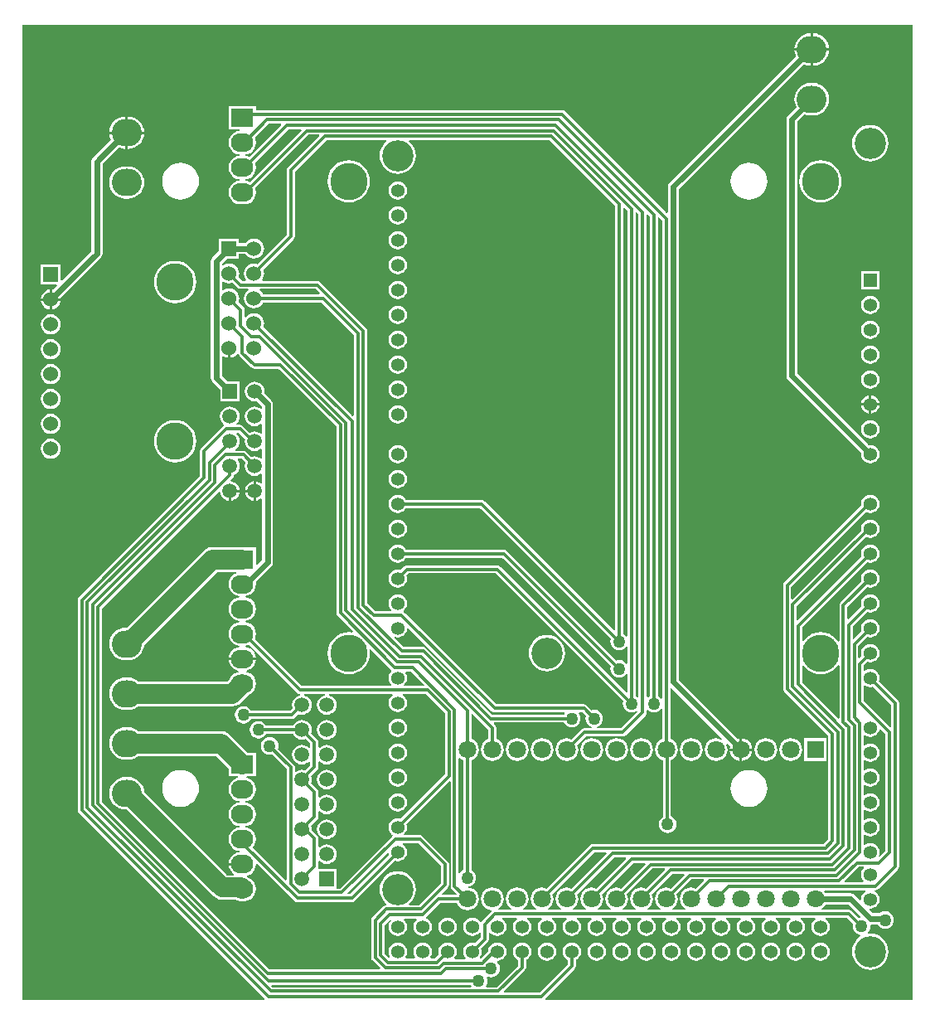
<source format=gtl>
G04*
G04 #@! TF.GenerationSoftware,Altium Limited,Altium Designer,19.1.7 (138)*
G04*
G04 Layer_Physical_Order=1*
G04 Layer_Color=255*
%FSTAX24Y24*%
%MOIN*%
G70*
G01*
G75*
%ADD29C,0.0118*%
%ADD30C,0.0236*%
%ADD31C,0.0787*%
%ADD32R,0.0535X0.0535*%
%ADD33C,0.0535*%
%ADD34C,0.1260*%
%ADD35O,0.1200X0.1100*%
%ADD36C,0.1496*%
%ADD37R,0.0600X0.0600*%
%ADD38C,0.0600*%
%ADD39C,0.0709*%
%ADD40R,0.0709X0.0709*%
%ADD41R,0.0591X0.0591*%
%ADD42C,0.0591*%
%ADD43O,0.0900X0.0750*%
%ADD44R,0.0900X0.0750*%
%ADD45C,0.0500*%
G36*
X0667Y01755D02*
X05195D01*
X051929Y0176D01*
X053115Y018785D01*
X05315Y018838D01*
X053162Y0189D01*
Y019147D01*
X053185Y019157D01*
X053262Y019216D01*
X053321Y019292D01*
X053358Y019382D01*
X05337Y019478D01*
X053358Y019573D01*
X053321Y019663D01*
X053262Y01974D01*
X053185Y019798D01*
X053096Y019835D01*
X053Y019848D01*
X052904Y019835D01*
X052815Y019798D01*
X052738Y01974D01*
X052679Y019663D01*
X052642Y019573D01*
X05263Y019478D01*
X052642Y019382D01*
X052679Y019292D01*
X052738Y019216D01*
X052815Y019157D01*
X052838Y019147D01*
Y018967D01*
X051706Y017835D01*
X05028D01*
X050261Y017881D01*
X051115Y018735D01*
X05115Y018788D01*
X051162Y01885D01*
Y019147D01*
X051185Y019157D01*
X051262Y019216D01*
X051321Y019292D01*
X051358Y019382D01*
X05137Y019478D01*
X051358Y019573D01*
X051321Y019663D01*
X051262Y01974D01*
X051185Y019798D01*
X051096Y019835D01*
X051Y019848D01*
X050904Y019835D01*
X050815Y019798D01*
X050738Y01974D01*
X050679Y019663D01*
X050642Y019573D01*
X05063Y019478D01*
X050642Y019382D01*
X050679Y019292D01*
X050738Y019216D01*
X050815Y019157D01*
X050838Y019147D01*
Y018917D01*
X049974Y018053D01*
X049558D01*
X049536Y018098D01*
X049556Y018123D01*
X049591Y018209D01*
X049603Y0183D01*
X049591Y018391D01*
X04957Y018442D01*
X049608Y01848D01*
X049659Y018459D01*
X04975Y018447D01*
X049841Y018459D01*
X049927Y018494D01*
X05Y01855D01*
X050056Y018623D01*
X050091Y018709D01*
X050103Y0188D01*
X050091Y018891D01*
X050056Y018977D01*
X05Y01905D01*
X049989Y019058D01*
X049996Y019092D01*
X050006Y019108D01*
X050096Y01912D01*
X050185Y019157D01*
X050262Y019216D01*
X050321Y019292D01*
X050358Y019382D01*
X05037Y019478D01*
X050358Y019573D01*
X050321Y019663D01*
X050262Y01974D01*
X050185Y019798D01*
X050096Y019835D01*
X05Y019848D01*
X049904Y019835D01*
X049815Y019798D01*
X049738Y01974D01*
X049679Y019663D01*
X049642Y019573D01*
X049631Y019489D01*
X04934Y019197D01*
X049314Y019201D01*
X049292Y019255D01*
X049321Y019292D01*
X049358Y019382D01*
X04937Y019478D01*
X049358Y019573D01*
X049348Y019597D01*
X049615Y019863D01*
X04965Y019915D01*
X049662Y019978D01*
Y020232D01*
X049712Y020249D01*
X049738Y020216D01*
X049815Y020157D01*
X049904Y02012D01*
X05Y020107D01*
X050096Y02012D01*
X050185Y020157D01*
X050262Y020216D01*
X050321Y020292D01*
X050358Y020382D01*
X05037Y020478D01*
X050358Y020573D01*
X050321Y020663D01*
X050262Y02074D01*
X050199Y020788D01*
X050216Y020838D01*
X050784D01*
X050801Y020788D01*
X050738Y02074D01*
X050679Y020663D01*
X050642Y020573D01*
X05063Y020478D01*
X050642Y020382D01*
X050679Y020292D01*
X050738Y020216D01*
X050815Y020157D01*
X050904Y02012D01*
X051Y020107D01*
X051096Y02012D01*
X051185Y020157D01*
X051262Y020216D01*
X051321Y020292D01*
X051358Y020382D01*
X05137Y020478D01*
X051358Y020573D01*
X051321Y020663D01*
X051262Y02074D01*
X051199Y020788D01*
X051216Y020838D01*
X051784D01*
X051801Y020788D01*
X051738Y02074D01*
X051679Y020663D01*
X051642Y020573D01*
X05163Y020478D01*
X051642Y020382D01*
X051679Y020292D01*
X051738Y020216D01*
X051815Y020157D01*
X051904Y02012D01*
X052Y020107D01*
X052096Y02012D01*
X052185Y020157D01*
X052262Y020216D01*
X052321Y020292D01*
X052358Y020382D01*
X05237Y020478D01*
X052358Y020573D01*
X052321Y020663D01*
X052262Y02074D01*
X052199Y020788D01*
X052216Y020838D01*
X052784D01*
X052801Y020788D01*
X052738Y02074D01*
X052679Y020663D01*
X052642Y020573D01*
X05263Y020478D01*
X052642Y020382D01*
X052679Y020292D01*
X052738Y020216D01*
X052815Y020157D01*
X052904Y02012D01*
X053Y020107D01*
X053096Y02012D01*
X053185Y020157D01*
X053262Y020216D01*
X053321Y020292D01*
X053358Y020382D01*
X05337Y020478D01*
X053358Y020573D01*
X053321Y020663D01*
X053262Y02074D01*
X053199Y020788D01*
X053216Y020838D01*
X053784D01*
X053801Y020788D01*
X053738Y02074D01*
X053679Y020663D01*
X053642Y020573D01*
X05363Y020478D01*
X053642Y020382D01*
X053679Y020292D01*
X053738Y020216D01*
X053815Y020157D01*
X053904Y02012D01*
X054Y020107D01*
X054096Y02012D01*
X054185Y020157D01*
X054262Y020216D01*
X054321Y020292D01*
X054358Y020382D01*
X05437Y020478D01*
X054358Y020573D01*
X054321Y020663D01*
X054262Y02074D01*
X054199Y020788D01*
X054216Y020838D01*
X054784D01*
X054801Y020788D01*
X054738Y02074D01*
X054679Y020663D01*
X054642Y020573D01*
X05463Y020478D01*
X054642Y020382D01*
X054679Y020292D01*
X054738Y020216D01*
X054815Y020157D01*
X054904Y02012D01*
X055Y020107D01*
X055096Y02012D01*
X055185Y020157D01*
X055262Y020216D01*
X055321Y020292D01*
X055358Y020382D01*
X05537Y020478D01*
X055358Y020573D01*
X055321Y020663D01*
X055262Y02074D01*
X055199Y020788D01*
X055216Y020838D01*
X055784D01*
X055801Y020788D01*
X055738Y02074D01*
X055679Y020663D01*
X055642Y020573D01*
X05563Y020478D01*
X055642Y020382D01*
X055679Y020292D01*
X055738Y020216D01*
X055815Y020157D01*
X055904Y02012D01*
X056Y020107D01*
X056096Y02012D01*
X056185Y020157D01*
X056262Y020216D01*
X056321Y020292D01*
X056358Y020382D01*
X05637Y020478D01*
X056358Y020573D01*
X056321Y020663D01*
X056262Y02074D01*
X056199Y020788D01*
X056216Y020838D01*
X056784D01*
X056801Y020788D01*
X056738Y02074D01*
X056679Y020663D01*
X056642Y020573D01*
X05663Y020478D01*
X056642Y020382D01*
X056679Y020292D01*
X056738Y020216D01*
X056815Y020157D01*
X056904Y02012D01*
X057Y020107D01*
X057096Y02012D01*
X057185Y020157D01*
X057262Y020216D01*
X057321Y020292D01*
X057358Y020382D01*
X05737Y020478D01*
X057358Y020573D01*
X057321Y020663D01*
X057262Y02074D01*
X057199Y020788D01*
X057216Y020838D01*
X057784D01*
X057801Y020788D01*
X057738Y02074D01*
X057679Y020663D01*
X057642Y020573D01*
X05763Y020478D01*
X057642Y020382D01*
X057679Y020292D01*
X057738Y020216D01*
X057815Y020157D01*
X057904Y02012D01*
X058Y020107D01*
X058096Y02012D01*
X058185Y020157D01*
X058262Y020216D01*
X058321Y020292D01*
X058358Y020382D01*
X05837Y020478D01*
X058358Y020573D01*
X058321Y020663D01*
X058262Y02074D01*
X058199Y020788D01*
X058216Y020838D01*
X058784D01*
X058801Y020788D01*
X058738Y02074D01*
X058679Y020663D01*
X058642Y020573D01*
X05863Y020478D01*
X058642Y020382D01*
X058679Y020292D01*
X058738Y020216D01*
X058815Y020157D01*
X058904Y02012D01*
X059Y020107D01*
X059096Y02012D01*
X059185Y020157D01*
X059262Y020216D01*
X059321Y020292D01*
X059358Y020382D01*
X05937Y020478D01*
X059358Y020573D01*
X059321Y020663D01*
X059262Y02074D01*
X059199Y020788D01*
X059216Y020838D01*
X059784D01*
X059801Y020788D01*
X059738Y02074D01*
X059679Y020663D01*
X059642Y020573D01*
X05963Y020478D01*
X059642Y020382D01*
X059679Y020292D01*
X059738Y020216D01*
X059815Y020157D01*
X059904Y02012D01*
X06Y020107D01*
X060096Y02012D01*
X060185Y020157D01*
X060262Y020216D01*
X060321Y020292D01*
X060358Y020382D01*
X06037Y020478D01*
X060358Y020573D01*
X060321Y020663D01*
X060262Y02074D01*
X060199Y020788D01*
X060216Y020838D01*
X060784D01*
X060801Y020788D01*
X060738Y02074D01*
X060679Y020663D01*
X060642Y020573D01*
X06063Y020478D01*
X060642Y020382D01*
X060679Y020292D01*
X060738Y020216D01*
X060815Y020157D01*
X060904Y02012D01*
X061Y020107D01*
X061096Y02012D01*
X061185Y020157D01*
X061262Y020216D01*
X061321Y020292D01*
X061358Y020382D01*
X06137Y020478D01*
X061358Y020573D01*
X061321Y020663D01*
X061262Y02074D01*
X061199Y020788D01*
X061216Y020838D01*
X061784D01*
X061801Y020788D01*
X061738Y02074D01*
X061679Y020663D01*
X061642Y020573D01*
X06163Y020478D01*
X061642Y020382D01*
X061679Y020292D01*
X061738Y020216D01*
X061815Y020157D01*
X061904Y02012D01*
X062Y020107D01*
X062096Y02012D01*
X062185Y020157D01*
X062262Y020216D01*
X062321Y020292D01*
X062358Y020382D01*
X06237Y020478D01*
X062358Y020573D01*
X062321Y020663D01*
X062262Y02074D01*
X062199Y020788D01*
X062216Y020838D01*
X062784D01*
X062801Y020788D01*
X062738Y02074D01*
X062679Y020663D01*
X062642Y020573D01*
X06263Y020478D01*
X062642Y020382D01*
X062679Y020292D01*
X062738Y020216D01*
X062815Y020157D01*
X062904Y02012D01*
X063Y020107D01*
X063096Y02012D01*
X063185Y020157D01*
X063262Y020216D01*
X063321Y020292D01*
X063358Y020382D01*
X06337Y020478D01*
X063358Y020573D01*
X063321Y020663D01*
X063262Y02074D01*
X063199Y020788D01*
X063216Y020838D01*
X064083D01*
X064315Y020606D01*
X064309Y020591D01*
X064297Y0205D01*
X064309Y020409D01*
X064344Y020323D01*
X0644Y02025D01*
X064473Y020194D01*
X064559Y020159D01*
X064608Y020152D01*
X064618Y020101D01*
X064593Y020087D01*
X064481Y019996D01*
X06439Y019885D01*
X064322Y019758D01*
X064281Y019621D01*
X064267Y019478D01*
X064281Y019334D01*
X064322Y019197D01*
X06439Y01907D01*
X064481Y018959D01*
X064593Y018868D01*
X064719Y0188D01*
X064857Y018758D01*
X065Y018744D01*
X065143Y018758D01*
X065281Y0188D01*
X065407Y018868D01*
X065519Y018959D01*
X06561Y01907D01*
X065678Y019197D01*
X065719Y019334D01*
X065733Y019478D01*
X065719Y019621D01*
X065678Y019758D01*
X06561Y019885D01*
X065519Y019996D01*
X065407Y020087D01*
X065281Y020155D01*
X065143Y020197D01*
X065Y020211D01*
X06492Y020203D01*
X064901Y020247D01*
X0649Y020251D01*
X064956Y020323D01*
X064991Y020409D01*
X065003Y0205D01*
X064999Y020533D01*
X065043Y020578D01*
X065292D01*
X065294Y020573D01*
X06535Y0205D01*
X065423Y020444D01*
X065509Y020409D01*
X0656Y020397D01*
X065691Y020409D01*
X065777Y020444D01*
X06585Y0205D01*
X065906Y020573D01*
X065941Y020659D01*
X065953Y02075D01*
X065941Y020841D01*
X065906Y020927D01*
X06585Y021D01*
X065777Y021056D01*
X065691Y021091D01*
X0656Y021103D01*
X065509Y021091D01*
X065423Y021056D01*
X065381Y021023D01*
X065104D01*
X064962Y021164D01*
X064984Y021209D01*
X065Y021207D01*
X065096Y02122D01*
X065185Y021257D01*
X065262Y021316D01*
X065321Y021392D01*
X065358Y021482D01*
X06537Y021578D01*
X065358Y021673D01*
X065321Y021763D01*
X065262Y02184D01*
X065185Y021898D01*
X065178Y021901D01*
X065188Y021951D01*
X065213D01*
X065275Y021964D01*
X065328Y021999D01*
X066115Y022785D01*
X06615Y022838D01*
X066162Y0229D01*
Y029478D01*
X06615Y02954D01*
X066115Y029592D01*
X065348Y030359D01*
X065358Y030382D01*
X06537Y030478D01*
X065358Y030573D01*
X065321Y030663D01*
X065262Y03074D01*
X065185Y030798D01*
X065096Y030835D01*
X065Y030848D01*
X064904Y030835D01*
X064815Y030798D01*
X064786Y030776D01*
X064736Y030801D01*
Y030984D01*
X064881Y031129D01*
X064904Y03112D01*
X065Y031107D01*
X065096Y03112D01*
X065185Y031157D01*
X065262Y031216D01*
X065321Y031292D01*
X065358Y031382D01*
X06537Y031478D01*
X065358Y031573D01*
X065321Y031663D01*
X065262Y03174D01*
X065185Y031798D01*
X065096Y031835D01*
X065Y031848D01*
X064904Y031835D01*
X064815Y031798D01*
X064738Y03174D01*
X064679Y031663D01*
X064642Y031573D01*
X06463Y031478D01*
X064642Y031382D01*
X064652Y031359D01*
X064564Y031271D01*
X064518Y03129D01*
Y031766D01*
X064881Y032129D01*
X064904Y03212D01*
X065Y032107D01*
X065096Y03212D01*
X065185Y032157D01*
X065262Y032216D01*
X065321Y032292D01*
X065358Y032382D01*
X06537Y032478D01*
X065358Y032573D01*
X065321Y032663D01*
X065262Y03274D01*
X065185Y032798D01*
X065096Y032835D01*
X065Y032848D01*
X064904Y032835D01*
X064815Y032798D01*
X064738Y03274D01*
X064679Y032663D01*
X064642Y032573D01*
X06463Y032478D01*
X064642Y032382D01*
X064652Y032359D01*
X064346Y032053D01*
X0643Y032072D01*
Y032548D01*
X064881Y033129D01*
X064904Y03312D01*
X065Y033107D01*
X065096Y03312D01*
X065185Y033157D01*
X065262Y033216D01*
X065321Y033292D01*
X065358Y033382D01*
X06537Y033478D01*
X065358Y033573D01*
X065321Y033663D01*
X065262Y03374D01*
X065185Y033798D01*
X065096Y033835D01*
X065Y033848D01*
X064904Y033835D01*
X064815Y033798D01*
X064738Y03374D01*
X064679Y033663D01*
X064642Y033573D01*
X06463Y033478D01*
X064642Y033382D01*
X064652Y033359D01*
X064128Y032835D01*
X064081Y032854D01*
Y03333D01*
X064881Y034129D01*
X064904Y03412D01*
X065Y034107D01*
X065096Y03412D01*
X065185Y034157D01*
X065262Y034216D01*
X065321Y034292D01*
X065358Y034382D01*
X06537Y034478D01*
X065358Y034573D01*
X065321Y034663D01*
X065262Y03474D01*
X065185Y034798D01*
X065096Y034835D01*
X065Y034848D01*
X064904Y034835D01*
X064815Y034798D01*
X064738Y03474D01*
X064679Y034663D01*
X064642Y034573D01*
X06463Y034478D01*
X064642Y034382D01*
X064652Y034359D01*
X063805Y033512D01*
X063769Y033459D01*
X063757Y033397D01*
Y03197D01*
X063711Y031952D01*
X063707Y031953D01*
X063603Y03208D01*
X063473Y032186D01*
X063326Y032265D01*
X063166Y032313D01*
X063Y03233D01*
X062834Y032313D01*
X062674Y032265D01*
X062527Y032186D01*
X062397Y03208D01*
X062305Y031968D01*
X062255Y031985D01*
Y032503D01*
X064881Y035129D01*
X064904Y03512D01*
X065Y035107D01*
X065096Y03512D01*
X065185Y035157D01*
X065262Y035216D01*
X065321Y035292D01*
X065358Y035382D01*
X06537Y035478D01*
X065358Y035573D01*
X065321Y035663D01*
X065262Y03574D01*
X065185Y035798D01*
X065096Y035835D01*
X065Y035848D01*
X064904Y035835D01*
X064815Y035798D01*
X064738Y03574D01*
X064679Y035663D01*
X064642Y035573D01*
X06463Y035478D01*
X064642Y035382D01*
X064652Y035359D01*
X062083Y03279D01*
X062037Y032809D01*
Y033358D01*
X06483Y03615D01*
X064904Y03612D01*
X065Y036107D01*
X065096Y03612D01*
X065185Y036157D01*
X065262Y036216D01*
X065321Y036292D01*
X065358Y036382D01*
X06537Y036478D01*
X065358Y036573D01*
X065321Y036663D01*
X065262Y03674D01*
X065185Y036798D01*
X065096Y036835D01*
X065Y036848D01*
X064904Y036835D01*
X064815Y036798D01*
X064738Y03674D01*
X064679Y036663D01*
X064642Y036573D01*
X06463Y036478D01*
X064637Y036417D01*
X061865Y033644D01*
X061819Y033664D01*
Y03414D01*
X06483Y03715D01*
X064904Y03712D01*
X065Y037107D01*
X065096Y03712D01*
X065185Y037157D01*
X065262Y037216D01*
X065321Y037292D01*
X065358Y037382D01*
X06537Y037478D01*
X065358Y037573D01*
X065321Y037663D01*
X065262Y03774D01*
X065185Y037798D01*
X065096Y037835D01*
X065Y037848D01*
X064904Y037835D01*
X064815Y037798D01*
X064738Y03774D01*
X064679Y037663D01*
X064642Y037573D01*
X06463Y037478D01*
X064637Y037417D01*
X061542Y034321D01*
X061507Y034269D01*
X061495Y034207D01*
Y030049D01*
X061507Y029987D01*
X061542Y029934D01*
X063321Y028155D01*
Y023988D01*
X063135Y023802D01*
X05384D01*
X053778Y02379D01*
X053725Y023755D01*
X051986Y022015D01*
X051919Y022043D01*
X0518Y022058D01*
X051681Y022043D01*
X051571Y021997D01*
X051476Y021924D01*
X051403Y021829D01*
X051357Y021719D01*
X051342Y0216D01*
X051357Y021481D01*
X051403Y021371D01*
X051476Y021276D01*
X051559Y021212D01*
X051545Y021162D01*
X051055D01*
X051041Y021212D01*
X051124Y021276D01*
X051197Y021371D01*
X051243Y021481D01*
X051258Y0216D01*
X051243Y021719D01*
X051197Y021829D01*
X051124Y021924D01*
X051029Y021997D01*
X050919Y022043D01*
X0508Y022058D01*
X050681Y022043D01*
X050571Y021997D01*
X050476Y021924D01*
X050403Y021829D01*
X050357Y021719D01*
X050342Y0216D01*
X050357Y021481D01*
X050403Y021371D01*
X050476Y021276D01*
X050559Y021212D01*
X050545Y021162D01*
X050055D01*
X050041Y021212D01*
X050124Y021276D01*
X050197Y021371D01*
X050243Y021481D01*
X050258Y0216D01*
X050243Y021719D01*
X050197Y021829D01*
X050124Y021924D01*
X050029Y021997D01*
X049919Y022043D01*
X0498Y022058D01*
X049681Y022043D01*
X049571Y021997D01*
X049476Y021924D01*
X049403Y021829D01*
X049357Y021719D01*
X049342Y0216D01*
X049357Y021481D01*
X049403Y021371D01*
X049476Y021276D01*
X049571Y021203D01*
X049681Y021157D01*
X049766Y021146D01*
X049784Y021093D01*
X049385Y020695D01*
X049371Y020673D01*
X049354Y02067D01*
X049312Y020675D01*
X049262Y02074D01*
X049185Y020798D01*
X049096Y020835D01*
X049Y020848D01*
X048904Y020835D01*
X048815Y020798D01*
X048738Y02074D01*
X048679Y020663D01*
X048642Y020573D01*
X04863Y020478D01*
X048642Y020382D01*
X048679Y020292D01*
X048738Y020216D01*
X048815Y020157D01*
X048904Y02012D01*
X049Y020107D01*
X049096Y02012D01*
X049185Y020157D01*
X049262Y020216D01*
X049288Y020249D01*
X049338Y020232D01*
Y020045D01*
X049119Y019826D01*
X049096Y019835D01*
X049Y019848D01*
X048904Y019835D01*
X048815Y019798D01*
X048738Y01974D01*
X048679Y019663D01*
X048642Y019573D01*
X04863Y019478D01*
X048642Y019382D01*
X048679Y019292D01*
X048727Y01923D01*
X048707Y01918D01*
X048293D01*
X048273Y01923D01*
X048321Y019292D01*
X048358Y019382D01*
X04837Y019478D01*
X048358Y019573D01*
X048321Y019663D01*
X048262Y01974D01*
X048185Y019798D01*
X048096Y019835D01*
X048Y019848D01*
X047904Y019835D01*
X047815Y019798D01*
X047738Y01974D01*
X047679Y019663D01*
X047642Y019573D01*
X04763Y019478D01*
X047642Y019382D01*
X047652Y019359D01*
X047506Y019213D01*
X047323D01*
X047299Y019263D01*
X047321Y019292D01*
X047358Y019382D01*
X04737Y019478D01*
X047358Y019573D01*
X047321Y019663D01*
X047262Y01974D01*
X047185Y019798D01*
X047096Y019835D01*
X047Y019848D01*
X046904Y019835D01*
X046815Y019798D01*
X046738Y01974D01*
X046679Y019663D01*
X046642Y019573D01*
X04663Y019478D01*
X046642Y019382D01*
X046679Y019292D01*
X046701Y019263D01*
X046677Y019213D01*
X046323D01*
X046299Y019263D01*
X046321Y019292D01*
X046358Y019382D01*
X04637Y019478D01*
X046358Y019573D01*
X046321Y019663D01*
X046262Y01974D01*
X046185Y019798D01*
X046096Y019835D01*
X046Y019848D01*
X045904Y019835D01*
X045815Y019798D01*
X045738Y01974D01*
X045679Y019663D01*
X045642Y019573D01*
X04563Y019478D01*
X045642Y019382D01*
X045676Y019301D01*
X045666Y01927D01*
X045652Y019246D01*
X045636Y019244D01*
X04548Y019399D01*
Y020551D01*
X045695Y020766D01*
X045733Y020733D01*
X045679Y020663D01*
X045642Y020573D01*
X04563Y020478D01*
X045642Y020382D01*
X045679Y020292D01*
X045738Y020216D01*
X045815Y020157D01*
X045904Y02012D01*
X046Y020107D01*
X046096Y02012D01*
X046185Y020157D01*
X046262Y020216D01*
X046321Y020292D01*
X046358Y020382D01*
X04637Y020478D01*
X046358Y020573D01*
X046321Y020663D01*
X046262Y02074D01*
X046238Y020758D01*
X046255Y020808D01*
X046746D01*
X046762Y020758D01*
X046738Y02074D01*
X046679Y020663D01*
X046642Y020573D01*
X04663Y020478D01*
X046642Y020382D01*
X046679Y020292D01*
X046738Y020216D01*
X046815Y020157D01*
X046904Y02012D01*
X047Y020107D01*
X047096Y02012D01*
X047185Y020157D01*
X047262Y020216D01*
X047321Y020292D01*
X047358Y020382D01*
X04737Y020478D01*
X047358Y020573D01*
X047321Y020663D01*
X047262Y02074D01*
X047185Y020798D01*
X047151Y020812D01*
X047148Y020868D01*
X047717Y021438D01*
X048375D01*
X048403Y021371D01*
X048476Y021276D01*
X048571Y021203D01*
X048681Y021157D01*
X0488Y021142D01*
X048919Y021157D01*
X049029Y021203D01*
X049124Y021276D01*
X049197Y021371D01*
X049243Y021481D01*
X049258Y0216D01*
X049243Y021719D01*
X049197Y021829D01*
X049124Y021924D01*
X049029Y021997D01*
X048919Y022043D01*
X048844Y022052D01*
Y022103D01*
X048891Y022109D01*
X048977Y022144D01*
X04905Y0222D01*
X049106Y022273D01*
X049141Y022359D01*
X049153Y02245D01*
X049141Y022541D01*
X049106Y022627D01*
X04905Y0227D01*
X048977Y022756D01*
X048962Y022762D01*
Y027175D01*
X049029Y027203D01*
X049124Y027276D01*
X049197Y027371D01*
X049243Y027481D01*
X049258Y0276D01*
X049243Y027719D01*
X049197Y027829D01*
X049124Y027924D01*
X049029Y027997D01*
X048962Y028025D01*
Y029021D01*
X049008Y02904D01*
X049638Y02841D01*
Y028025D01*
X049571Y027997D01*
X049476Y027924D01*
X049403Y027829D01*
X049357Y027719D01*
X049342Y0276D01*
X049357Y027481D01*
X049403Y027371D01*
X049476Y027276D01*
X049571Y027203D01*
X049681Y027157D01*
X0498Y027142D01*
X049919Y027157D01*
X050029Y027203D01*
X050124Y027276D01*
X050197Y027371D01*
X050243Y027481D01*
X050258Y0276D01*
X050243Y027719D01*
X050197Y027829D01*
X050124Y027924D01*
X050029Y027997D01*
X049962Y028025D01*
Y028477D01*
X04995Y028539D01*
X049915Y028592D01*
X049865Y028642D01*
X049884Y028688D01*
X052688D01*
X052694Y028673D01*
X05275Y0286D01*
X052823Y028544D01*
X052909Y028509D01*
X053Y028497D01*
X053091Y028509D01*
X053177Y028544D01*
X05325Y0286D01*
X053306Y028673D01*
X053341Y028759D01*
X053353Y02885D01*
X053341Y028941D01*
X053306Y029027D01*
X053286Y029052D01*
X053308Y029097D01*
X053424D01*
X053565Y028956D01*
X053559Y028941D01*
X053547Y02885D01*
X053559Y028759D01*
X053594Y028673D01*
X05365Y0286D01*
X053723Y028544D01*
X053809Y028509D01*
X053797Y028462D01*
X0535D01*
X053438Y02845D01*
X053385Y028415D01*
X052986Y028015D01*
X052919Y028043D01*
X0528Y028058D01*
X052681Y028043D01*
X052571Y027997D01*
X052476Y027924D01*
X052403Y027829D01*
X052357Y027719D01*
X052342Y0276D01*
X052357Y027481D01*
X052403Y027371D01*
X052476Y027276D01*
X052571Y027203D01*
X052681Y027157D01*
X0528Y027142D01*
X052919Y027157D01*
X053029Y027203D01*
X053124Y027276D01*
X053197Y027371D01*
X053243Y027481D01*
X053258Y0276D01*
X053243Y027719D01*
X053215Y027786D01*
X053567Y028138D01*
X05505D01*
X055112Y02815D01*
X055165Y028185D01*
X055965Y028985D01*
X056Y029038D01*
X056012Y0291D01*
Y029174D01*
X056062Y029191D01*
X056123Y029144D01*
X056209Y029109D01*
X0563Y029097D01*
X056391Y029109D01*
X056477Y029144D01*
X05655Y0292D01*
X056588Y02925D01*
X056638Y029233D01*
Y028025D01*
X056571Y027997D01*
X056476Y027924D01*
X056403Y027829D01*
X056357Y027719D01*
X056342Y0276D01*
X056357Y027481D01*
X056403Y027371D01*
X056476Y027276D01*
X056571Y027203D01*
X056663Y027165D01*
Y024898D01*
X0566Y02485D01*
X056544Y024777D01*
X056509Y024691D01*
X056497Y0246D01*
X056509Y024509D01*
X056544Y024423D01*
X0566Y02435D01*
X056673Y024294D01*
X056759Y024259D01*
X05685Y024247D01*
X056941Y024259D01*
X057027Y024294D01*
X0571Y02435D01*
X057156Y024423D01*
X057191Y024509D01*
X057203Y0246D01*
X057191Y024691D01*
X057156Y024777D01*
X0571Y02485D01*
X057027Y024906D01*
X056987Y024922D01*
Y027186D01*
X057029Y027203D01*
X057124Y027276D01*
X057197Y027371D01*
X057243Y027481D01*
X057258Y0276D01*
X057243Y027719D01*
X057197Y027829D01*
X057124Y027924D01*
X057029Y027997D01*
X056962Y028025D01*
Y030058D01*
X057008Y030077D01*
X059038Y028047D01*
X05901Y028005D01*
X058919Y028043D01*
X0588Y028058D01*
X058681Y028043D01*
X058571Y027997D01*
X058476Y027924D01*
X058403Y027829D01*
X058357Y027719D01*
X058342Y0276D01*
X058357Y027481D01*
X058403Y027371D01*
X058476Y027276D01*
X058571Y027203D01*
X058681Y027157D01*
X0588Y027142D01*
X058919Y027157D01*
X059029Y027203D01*
X059124Y027276D01*
X059197Y027371D01*
X059243Y027481D01*
X059258Y0276D01*
X059243Y027719D01*
X059205Y02781D01*
X059247Y027838D01*
X05936Y027725D01*
X059357Y027719D01*
X059348Y02765D01*
X05975D01*
Y028052D01*
X059681Y028043D01*
X059675Y02804D01*
X0573Y030415D01*
Y050135D01*
X062325Y05516D01*
X06235Y055147D01*
X062473Y055109D01*
X0626Y055097D01*
D01*
Y0557D01*
X061952D01*
X061959Y055623D01*
X061997Y0555D01*
X06201Y055475D01*
X05692Y050384D01*
X056872Y050312D01*
X056855Y050227D01*
X056855Y050227D01*
Y04919D01*
X056809Y049171D01*
X052726Y053254D01*
X052673Y053289D01*
X052611Y053301D01*
X0403D01*
Y053475D01*
X0392D01*
Y052525D01*
X039641D01*
X039644Y052475D01*
X039551Y052463D01*
X039435Y052415D01*
X039336Y052339D01*
X03926Y05224D01*
X039212Y052124D01*
X039196Y052D01*
X039212Y051876D01*
X03926Y05176D01*
X039336Y051661D01*
X039435Y051585D01*
X039551Y051537D01*
X039642Y051525D01*
Y051475D01*
X039551Y051463D01*
X039435Y051415D01*
X039336Y051339D01*
X03926Y05124D01*
X039212Y051124D01*
X039196Y051D01*
X039212Y050876D01*
X03926Y05076D01*
X039336Y050661D01*
X039435Y050585D01*
X039551Y050537D01*
X039642Y050525D01*
Y050475D01*
X039551Y050463D01*
X039435Y050415D01*
X039336Y050339D01*
X03926Y05024D01*
X039212Y050124D01*
X039196Y05D01*
X039212Y049876D01*
X03926Y04976D01*
X039336Y049661D01*
X039435Y049585D01*
X039551Y049537D01*
X039675Y049521D01*
X039825D01*
X039949Y049537D01*
X040065Y049585D01*
X040164Y049661D01*
X04024Y04976D01*
X040288Y049876D01*
X040304Y05D01*
X040288Y050124D01*
X040268Y050171D01*
X04242Y052322D01*
X042828D01*
X042847Y052276D01*
X041585Y051015D01*
X04155Y050962D01*
X041538Y0509D01*
Y048292D01*
X040364Y047119D01*
X040325Y047135D01*
X04022Y047149D01*
X040116Y047135D01*
X040019Y047095D01*
X039935Y047031D01*
X039871Y046947D01*
X039831Y04685D01*
X039817Y046745D01*
X039831Y046641D01*
X039871Y046544D01*
X039906Y046498D01*
X039881Y046448D01*
X039747D01*
X039594Y046601D01*
X03961Y046641D01*
X039624Y046745D01*
X03961Y04685D01*
X03957Y046947D01*
X039506Y047031D01*
X039422Y047095D01*
X039325Y047135D01*
X03922Y047149D01*
X039116Y047135D01*
X039019Y047095D01*
X038975Y047061D01*
X038925Y047086D01*
Y047135D01*
X039135Y047345D01*
X03962D01*
Y047523D01*
X039887D01*
X039935Y04746D01*
X040019Y047396D01*
X040116Y047356D01*
X04022Y047342D01*
X040325Y047356D01*
X040422Y047396D01*
X040506Y04746D01*
X04057Y047544D01*
X04061Y047641D01*
X040624Y047745D01*
X04061Y04785D01*
X04057Y047947D01*
X040506Y048031D01*
X040422Y048095D01*
X040325Y048135D01*
X04022Y048149D01*
X040116Y048135D01*
X040019Y048095D01*
X039935Y048031D01*
X039887Y047968D01*
X03962D01*
Y048145D01*
X03882D01*
Y04766D01*
X038545Y047384D01*
X038497Y047312D01*
X03848Y047227D01*
X03848Y047227D01*
Y042548D01*
X03848Y042548D01*
X038497Y042463D01*
X038545Y04239D01*
X038855Y042081D01*
Y041605D01*
X039645D01*
Y042395D01*
X039169D01*
X038925Y04264D01*
Y043405D01*
X038975Y04343D01*
X039019Y043396D01*
X039116Y043356D01*
X03917Y043348D01*
Y043745D01*
X03927D01*
Y043348D01*
X039325Y043356D01*
X039422Y043396D01*
X039506Y04346D01*
X039545Y043511D01*
X039598Y043498D01*
X0396Y043488D01*
X039635Y043435D01*
X040111Y04296D01*
X040164Y042925D01*
X040226Y042912D01*
X041207D01*
X043527Y040592D01*
Y033099D01*
X043539Y033037D01*
X043575Y032984D01*
X044195Y032363D01*
X044172Y032315D01*
X044028Y03233D01*
X043861Y032313D01*
X043701Y032265D01*
X043554Y032186D01*
X043425Y03208D01*
X043319Y031951D01*
X04324Y031804D01*
X043192Y031644D01*
X043175Y031478D01*
X043192Y031311D01*
X04324Y031151D01*
X043319Y031004D01*
X043425Y030875D01*
X043554Y030769D01*
X043701Y03069D01*
X043861Y030642D01*
X044028Y030625D01*
X044194Y030642D01*
X044354Y03069D01*
X044501Y030769D01*
X04463Y030875D01*
X044736Y031004D01*
X044815Y031151D01*
X044863Y031311D01*
X04488Y031478D01*
X044865Y031622D01*
X044913Y031645D01*
X045748Y03081D01*
X045749Y030748D01*
X045738Y03074D01*
X045679Y030663D01*
X045642Y030573D01*
X04563Y030478D01*
X045642Y030382D01*
X045679Y030292D01*
X045738Y030216D01*
X045746Y03021D01*
X04573Y030162D01*
X042142D01*
X040256Y032049D01*
X040288Y032126D01*
X040304Y03225D01*
X040288Y032374D01*
X04024Y03249D01*
X040164Y032589D01*
X040065Y032665D01*
X039949Y032713D01*
X039858Y032725D01*
Y032775D01*
X039949Y032787D01*
X040065Y032835D01*
X040164Y032911D01*
X04024Y03301D01*
X040288Y033126D01*
X040304Y03325D01*
X040288Y033374D01*
X04024Y03349D01*
X040164Y033589D01*
X040065Y033665D01*
X039949Y033713D01*
X039858Y033725D01*
Y033775D01*
X039949Y033787D01*
X040065Y033835D01*
X040164Y033911D01*
X04024Y03401D01*
X040288Y034126D01*
X040304Y03425D01*
X040292Y034344D01*
X040921Y034973D01*
X040921Y034973D01*
X040969Y035045D01*
X040986Y03513D01*
X040986Y03513D01*
Y041487D01*
X040969Y041572D01*
X040921Y041644D01*
X040921Y041644D01*
X040639Y041926D01*
X040649Y042D01*
X040635Y042103D01*
X040595Y042199D01*
X040532Y042282D01*
X040449Y042345D01*
X040353Y042385D01*
X04025Y042399D01*
X040147Y042385D01*
X040051Y042345D01*
X039968Y042282D01*
X039905Y042199D01*
X039865Y042103D01*
X039851Y042D01*
X039865Y041897D01*
X039905Y041801D01*
X039968Y041718D01*
X040051Y041655D01*
X040147Y041615D01*
X04025Y041601D01*
X040324Y041611D01*
X040541Y041395D01*
Y041338D01*
X040491Y041313D01*
X040449Y041345D01*
X040353Y041385D01*
X04025Y041399D01*
X040147Y041385D01*
X040051Y041345D01*
X039968Y041282D01*
X039905Y041199D01*
X039865Y041103D01*
X039851Y041D01*
X039865Y040897D01*
X039905Y040801D01*
X039968Y040718D01*
X040051Y040655D01*
X040147Y040615D01*
X04025Y040601D01*
X040353Y040615D01*
X040449Y040655D01*
X040491Y040687D01*
X040541Y040662D01*
Y040338D01*
X040491Y040313D01*
X040449Y040345D01*
X040353Y040385D01*
X04025Y040399D01*
X040147Y040385D01*
X040051Y040345D01*
X040046Y040342D01*
X039773Y040615D01*
X039721Y04065D01*
X039659Y040662D01*
X039537D01*
X039521Y04071D01*
X039532Y040718D01*
X039595Y040801D01*
X039635Y040897D01*
X039649Y041D01*
X039635Y041103D01*
X039595Y041199D01*
X039532Y041282D01*
X039449Y041345D01*
X039353Y041385D01*
X03925Y041399D01*
X039147Y041385D01*
X039051Y041345D01*
X038968Y041282D01*
X038905Y041199D01*
X038865Y041103D01*
X038851Y041D01*
X038865Y040897D01*
X038905Y040801D01*
X038968Y040718D01*
X03901Y040686D01*
X039008Y040625D01*
X038993Y040615D01*
X038099Y039721D01*
X038064Y039668D01*
X038052Y039606D01*
Y038599D01*
X033181Y033728D01*
X033146Y033676D01*
X033133Y033614D01*
Y025179D01*
X033146Y025117D01*
X033181Y025064D01*
X040645Y0176D01*
X040625Y01755D01*
X0309D01*
Y05675D01*
X0667D01*
Y01755D01*
D02*
G37*
G36*
X041308Y052712D02*
X040026Y051431D01*
X039949Y051463D01*
X039858Y051475D01*
Y051525D01*
X039949Y051537D01*
X040065Y051585D01*
X040164Y051661D01*
X04024Y05176D01*
X040288Y051876D01*
X040304Y052D01*
X040288Y052124D01*
X040256Y052201D01*
X040813Y052759D01*
X041289D01*
X041308Y052712D01*
D02*
G37*
G36*
X054738Y049466D02*
Y032407D01*
X054692Y032388D01*
X049487Y037592D01*
X049434Y037627D01*
X049372Y03764D01*
X04633D01*
X046321Y037663D01*
X046262Y03774D01*
X046185Y037798D01*
X046096Y037835D01*
X046Y037848D01*
X045904Y037835D01*
X045815Y037798D01*
X045738Y03774D01*
X045679Y037663D01*
X045642Y037573D01*
X04563Y037478D01*
X045642Y037382D01*
X045679Y037292D01*
X045738Y037216D01*
X045815Y037157D01*
X045904Y03712D01*
X046Y037107D01*
X046096Y03712D01*
X046185Y037157D01*
X046262Y037216D01*
X046321Y037292D01*
X04633Y037315D01*
X049305D01*
X054565Y032056D01*
X054559Y032041D01*
X054547Y03195D01*
X054559Y031859D01*
X054594Y031773D01*
X05465Y0317D01*
X054723Y031644D01*
X054809Y031609D01*
X0549Y031597D01*
X054991Y031609D01*
X055077Y031644D01*
X05515Y0317D01*
X055188Y03175D01*
X055238Y031733D01*
Y031067D01*
X055188Y03105D01*
X05515Y0311D01*
X055077Y031156D01*
X054991Y031191D01*
X0549Y031203D01*
X054809Y031191D01*
X054794Y031185D01*
X050387Y035592D01*
X050335Y035627D01*
X050272Y03564D01*
X04633D01*
X046321Y035663D01*
X046262Y03574D01*
X046185Y035798D01*
X046096Y035835D01*
X046Y035848D01*
X045904Y035835D01*
X045815Y035798D01*
X045738Y03574D01*
X045679Y035663D01*
X045642Y035573D01*
X04563Y035478D01*
X045642Y035382D01*
X045679Y035292D01*
X045738Y035216D01*
X045815Y035157D01*
X045904Y03512D01*
X046Y035107D01*
X046096Y03512D01*
X046185Y035157D01*
X046262Y035216D01*
X046321Y035292D01*
X04633Y035315D01*
X050205D01*
X054565Y030956D01*
X054559Y030941D01*
X054547Y03085D01*
X054559Y030759D01*
X054594Y030673D01*
X05465Y0306D01*
X054723Y030544D01*
X054809Y030509D01*
X0549Y030497D01*
X054991Y030509D01*
X055077Y030544D01*
X05515Y0306D01*
X055188Y03065D01*
X055238Y030633D01*
Y029907D01*
X055192Y029888D01*
X050115Y034965D01*
X050062Y035D01*
X05Y035012D01*
X046372D01*
X04631Y035D01*
X046258Y034965D01*
X046119Y034826D01*
X046096Y034835D01*
X046Y034848D01*
X045904Y034835D01*
X045815Y034798D01*
X045738Y03474D01*
X045679Y034663D01*
X045642Y034573D01*
X04563Y034478D01*
X045642Y034382D01*
X045679Y034292D01*
X045738Y034216D01*
X045815Y034157D01*
X045904Y03412D01*
X046Y034107D01*
X046096Y03412D01*
X046185Y034157D01*
X046262Y034216D01*
X046321Y034292D01*
X046358Y034382D01*
X04637Y034478D01*
X046358Y034573D01*
X046348Y034597D01*
X04644Y034688D01*
X049933D01*
X055065Y029556D01*
X055059Y029541D01*
X055047Y02945D01*
X055059Y029359D01*
X055094Y029273D01*
X05515Y0292D01*
X055223Y029144D01*
X055309Y029109D01*
X0554Y029097D01*
X055491Y029109D01*
X055577Y029144D01*
X055596Y029159D01*
X055652Y029139D01*
X055654Y029133D01*
X054983Y028462D01*
X054003D01*
X053991Y028509D01*
X054077Y028544D01*
X05415Y0286D01*
X054206Y028673D01*
X054241Y028759D01*
X054253Y02885D01*
X054241Y028941D01*
X054206Y029027D01*
X05415Y0291D01*
X054077Y029156D01*
X053991Y029191D01*
X0539Y029203D01*
X053809Y029191D01*
X053794Y029185D01*
X053606Y029374D01*
X053553Y029409D01*
X053491Y029421D01*
X049958D01*
X046265Y033115D01*
X046237Y033133D01*
X046232Y033193D01*
X046262Y033216D01*
X046321Y033292D01*
X046358Y033382D01*
X04637Y033478D01*
X046358Y033573D01*
X046321Y033663D01*
X046262Y03374D01*
X046185Y033798D01*
X046096Y033835D01*
X046Y033848D01*
X045904Y033835D01*
X045815Y033798D01*
X045738Y03374D01*
X045679Y033663D01*
X045642Y033573D01*
X04563Y033478D01*
X045642Y033382D01*
X045679Y033292D01*
X045738Y033216D01*
X045746Y03321D01*
X04573Y033162D01*
X045089D01*
X044776Y033475D01*
Y044436D01*
X044764Y044498D01*
X044729Y044551D01*
X042878Y046401D01*
X042826Y046436D01*
X042764Y046448D01*
X04056D01*
X040535Y046498D01*
X04057Y046544D01*
X04061Y046641D01*
X040624Y046745D01*
X04061Y04685D01*
X040594Y046889D01*
X041815Y04811D01*
X04185Y048163D01*
X041862Y048225D01*
Y050833D01*
X043134Y052104D01*
X045534D01*
X045552Y052054D01*
X045481Y051996D01*
X04539Y051885D01*
X045322Y051758D01*
X045281Y051621D01*
X045267Y051478D01*
X045281Y051334D01*
X045322Y051197D01*
X04539Y05107D01*
X045481Y050959D01*
X045593Y050868D01*
X045719Y0508D01*
X045857Y050758D01*
X046Y050744D01*
X046143Y050758D01*
X046281Y0508D01*
X046407Y050868D01*
X046519Y050959D01*
X04661Y05107D01*
X046678Y051197D01*
X046719Y051334D01*
X046733Y051478D01*
X046719Y051621D01*
X046678Y051758D01*
X04661Y051885D01*
X046519Y051996D01*
X046448Y052054D01*
X046466Y052104D01*
X052099D01*
X054738Y049466D01*
D02*
G37*
G36*
X042133Y052494D02*
X040057Y050418D01*
X039949Y050463D01*
X039858Y050475D01*
Y050525D01*
X039949Y050537D01*
X040065Y050585D01*
X040164Y050661D01*
X04024Y05076D01*
X040288Y050876D01*
X040304Y051D01*
X040288Y051124D01*
X040256Y051201D01*
X041595Y052541D01*
X042114D01*
X042133Y052494D01*
D02*
G37*
G36*
X042867Y045954D02*
X042848Y045907D01*
X040586D01*
X04057Y045947D01*
X040506Y046031D01*
X040449Y046074D01*
X040466Y046124D01*
X042697D01*
X042867Y045954D01*
D02*
G37*
G36*
X039019Y046396D02*
X039116Y046356D01*
X03922Y046342D01*
X039325Y046356D01*
X039364Y046372D01*
X039565Y046172D01*
X039617Y046136D01*
X03968Y046124D01*
X039975D01*
X039992Y046074D01*
X039935Y046031D01*
X039871Y045947D01*
X039831Y04585D01*
X039817Y045745D01*
X039831Y045641D01*
X039871Y045544D01*
X039935Y04546D01*
X040019Y045396D01*
X040116Y045356D01*
X04022Y045342D01*
X040325Y045356D01*
X040422Y045396D01*
X040506Y04546D01*
X04057Y045544D01*
X040586Y045583D01*
X042929D01*
X044234Y044279D01*
Y041027D01*
X044187Y041008D01*
X040594Y044601D01*
X04061Y044641D01*
X040624Y044745D01*
X04061Y04485D01*
X04057Y044947D01*
X040506Y045031D01*
X040422Y045095D01*
X040325Y045135D01*
X04022Y045149D01*
X040116Y045135D01*
X040019Y045095D01*
X039935Y045031D01*
X039892Y044974D01*
X039842Y044991D01*
Y045286D01*
X039829Y045348D01*
X039794Y045401D01*
X039594Y045601D01*
X03961Y045641D01*
X039624Y045745D01*
X03961Y04585D01*
X03957Y045947D01*
X039506Y046031D01*
X039422Y046095D01*
X039325Y046135D01*
X03922Y046149D01*
X039116Y046135D01*
X039019Y046095D01*
X038975Y046061D01*
X038925Y046086D01*
Y046405D01*
X038975Y04643D01*
X039019Y046396D01*
D02*
G37*
G36*
X03986Y040069D02*
X039851Y04D01*
X039865Y039897D01*
X039905Y039801D01*
X039968Y039718D01*
X040051Y039655D01*
X040147Y039615D01*
X04025Y039601D01*
X040353Y039615D01*
X040449Y039655D01*
X040491Y039687D01*
X040541Y039662D01*
Y039338D01*
X040491Y039313D01*
X040449Y039345D01*
X040353Y039385D01*
X04025Y039399D01*
X040147Y039385D01*
X04011Y03937D01*
X03991Y039569D01*
X039858Y039604D01*
X039796Y039616D01*
X039482D01*
X039465Y039667D01*
X039532Y039718D01*
X039595Y039801D01*
X039635Y039897D01*
X039649Y04D01*
X039635Y040103D01*
X039595Y040199D01*
X039532Y040282D01*
X039521Y04029D01*
X039537Y040338D01*
X039591D01*
X03986Y040069D01*
D02*
G37*
G36*
X03988Y03914D02*
X039865Y039103D01*
X039851Y039D01*
X039865Y038897D01*
X039905Y038801D01*
X039968Y038718D01*
X040051Y038655D01*
X040147Y038615D01*
X04025Y038601D01*
X040353Y038615D01*
X040449Y038655D01*
X040491Y038687D01*
X040541Y038662D01*
Y038338D01*
X040491Y038313D01*
X040449Y038345D01*
X040353Y038385D01*
X0403Y038392D01*
Y038D01*
Y037608D01*
X040353Y037615D01*
X040449Y037655D01*
X040491Y037687D01*
X040541Y037662D01*
Y035222D01*
X040346Y035027D01*
X0403Y035046D01*
Y035725D01*
X039893D01*
X039879Y035731D01*
X03975Y035748D01*
X03855D01*
X038421Y035731D01*
X038301Y035681D01*
X038198Y035602D01*
X035099Y032503D01*
X03505D01*
X034923Y032491D01*
X0348Y032453D01*
X034687Y032393D01*
X034588Y032312D01*
X034507Y032213D01*
X034447Y0321D01*
X034409Y031977D01*
X034397Y03185D01*
X034409Y031723D01*
X034447Y0316D01*
X034507Y031487D01*
X034588Y031388D01*
X034687Y031307D01*
X0348Y031247D01*
X034923Y031209D01*
X03505Y031197D01*
X03515D01*
X035277Y031209D01*
X0354Y031247D01*
X035513Y031307D01*
X035612Y031388D01*
X035693Y031487D01*
X035753Y0316D01*
X035791Y031723D01*
X035798Y031793D01*
X038756Y034752D01*
X039515D01*
X039525Y034702D01*
X039435Y034665D01*
X039336Y034589D01*
X03926Y03449D01*
X039212Y034374D01*
X039196Y03425D01*
X039212Y034126D01*
X03926Y03401D01*
X039336Y033911D01*
X039435Y033835D01*
X039551Y033787D01*
X039642Y033775D01*
Y033725D01*
X039551Y033713D01*
X039435Y033665D01*
X039336Y033589D01*
X03926Y03349D01*
X039212Y033374D01*
X039196Y03325D01*
X039212Y033126D01*
X03926Y03301D01*
X039336Y032911D01*
X039435Y032835D01*
X039551Y032787D01*
X039642Y032775D01*
Y032725D01*
X039551Y032713D01*
X039435Y032665D01*
X039336Y032589D01*
X03926Y03249D01*
X039212Y032374D01*
X039196Y03225D01*
X039212Y032126D01*
X03926Y03201D01*
X039336Y031911D01*
X039435Y031835D01*
X039551Y031787D01*
X039642Y031775D01*
Y031725D01*
X039551Y031713D01*
X039435Y031665D01*
X039336Y031589D01*
X03926Y03149D01*
X039212Y031374D01*
X039202Y0313D01*
X03975D01*
X040298D01*
X040288Y031374D01*
X04024Y03149D01*
X040164Y031589D01*
X040065Y031665D01*
X039949Y031713D01*
X039858Y031725D01*
Y031775D01*
X039949Y031787D01*
X040026Y031819D01*
X04196Y029885D01*
X042013Y02985D01*
X042075Y029838D01*
X042073Y029789D01*
X042047Y029785D01*
X041951Y029745D01*
X041868Y029682D01*
X041805Y029599D01*
X041765Y029503D01*
X041751Y0294D01*
X041765Y029297D01*
X04178Y02926D01*
X041683Y029162D01*
X040112D01*
X040106Y029177D01*
X04005Y02925D01*
X039977Y029306D01*
X039891Y029341D01*
X0398Y029353D01*
X039709Y029341D01*
X039623Y029306D01*
X03955Y02925D01*
X039494Y029177D01*
X039459Y029091D01*
X039447Y029D01*
X039459Y028909D01*
X039494Y028823D01*
X03955Y02875D01*
X039623Y028694D01*
X039709Y028659D01*
X0398Y028647D01*
X039891Y028659D01*
X039977Y028694D01*
X04005Y02875D01*
X040106Y028823D01*
X040112Y028838D01*
X04175D01*
X041812Y02885D01*
X041865Y028885D01*
X04201Y02903D01*
X042047Y029015D01*
X04215Y029001D01*
X042253Y029015D01*
X042349Y029055D01*
X042432Y029118D01*
X042495Y029201D01*
X042535Y029297D01*
X042549Y0294D01*
X042535Y029503D01*
X042495Y029599D01*
X042432Y029682D01*
X042349Y029745D01*
X042253Y029785D01*
X042232Y029788D01*
X042236Y029838D01*
X043064D01*
X043068Y029788D01*
X043047Y029785D01*
X042951Y029745D01*
X042868Y029682D01*
X042805Y029599D01*
X042765Y029503D01*
X042751Y0294D01*
X042765Y029297D01*
X042805Y029201D01*
X042868Y029118D01*
X042951Y029055D01*
X043047Y029015D01*
X04315Y029001D01*
X043253Y029015D01*
X043349Y029055D01*
X043432Y029118D01*
X043495Y029201D01*
X043535Y029297D01*
X043549Y0294D01*
X043535Y029503D01*
X043495Y029599D01*
X043432Y029682D01*
X043349Y029745D01*
X043253Y029785D01*
X043232Y029788D01*
X043236Y029838D01*
X045784D01*
X045801Y029788D01*
X045738Y02974D01*
X045679Y029663D01*
X045642Y029573D01*
X04563Y029478D01*
X045642Y029382D01*
X045679Y029292D01*
X045738Y029216D01*
X045815Y029157D01*
X045904Y02912D01*
X046Y029107D01*
X046096Y02912D01*
X046185Y029157D01*
X046262Y029216D01*
X046321Y029292D01*
X046358Y029382D01*
X04637Y029478D01*
X046358Y029573D01*
X046321Y029663D01*
X046262Y02974D01*
X046199Y029788D01*
X046216Y029838D01*
X047124D01*
X047906Y029056D01*
Y026613D01*
X046119Y024826D01*
X046096Y024835D01*
X046Y024848D01*
X045904Y024835D01*
X045815Y024798D01*
X045738Y02474D01*
X045679Y024663D01*
X045642Y024573D01*
X04563Y024478D01*
X045642Y024382D01*
X045679Y024292D01*
X045738Y024216D01*
X045788Y024177D01*
X045791Y024171D01*
X045788Y024116D01*
X045785Y024115D01*
X043687Y022016D01*
X043545D01*
Y022795D01*
X042823D01*
X04282Y0228D01*
X042801Y022845D01*
X042812Y0229D01*
Y023113D01*
X04286Y023129D01*
X042868Y023118D01*
X042951Y023055D01*
X043047Y023015D01*
X04315Y023001D01*
X043253Y023015D01*
X043349Y023055D01*
X043432Y023118D01*
X043495Y023201D01*
X043535Y023297D01*
X043549Y0234D01*
X043535Y023503D01*
X043495Y023599D01*
X043432Y023682D01*
X043349Y023745D01*
X043253Y023785D01*
X04315Y023799D01*
X043047Y023785D01*
X042951Y023745D01*
X042868Y023682D01*
X04286Y023671D01*
X042812Y023687D01*
Y024028D01*
X0428Y02409D01*
X042765Y024143D01*
X042544Y024363D01*
X042549Y0244D01*
X042535Y024503D01*
X04252Y02454D01*
X042765Y024785D01*
X0428Y024838D01*
X042812Y0249D01*
Y025113D01*
X04286Y025129D01*
X042868Y025118D01*
X042951Y025055D01*
X043047Y025015D01*
X04315Y025001D01*
X043253Y025015D01*
X043349Y025055D01*
X043432Y025118D01*
X043495Y025201D01*
X043535Y025297D01*
X043549Y0254D01*
X043535Y025503D01*
X043495Y025599D01*
X043432Y025682D01*
X043349Y025745D01*
X043253Y025785D01*
X04315Y025799D01*
X043047Y025785D01*
X042951Y025745D01*
X042868Y025682D01*
X04286Y025671D01*
X042812Y025687D01*
Y0259D01*
X0428Y025962D01*
X042765Y026015D01*
X04252Y02626D01*
X042535Y026297D01*
X042549Y0264D01*
X042535Y026503D01*
X04252Y02654D01*
X042765Y026785D01*
X0428Y026838D01*
X042812Y0269D01*
Y027113D01*
X04286Y027129D01*
X042868Y027118D01*
X042951Y027055D01*
X043047Y027015D01*
X04315Y027001D01*
X043253Y027015D01*
X043349Y027055D01*
X043432Y027118D01*
X043495Y027201D01*
X043535Y027297D01*
X043549Y0274D01*
X043535Y027503D01*
X043495Y027599D01*
X043432Y027682D01*
X043349Y027745D01*
X043253Y027785D01*
X04315Y027799D01*
X043047Y027785D01*
X042951Y027745D01*
X042868Y027682D01*
X04286Y027671D01*
X042812Y027687D01*
Y0279D01*
X0428Y027962D01*
X042765Y028015D01*
X04252Y02826D01*
X042535Y028297D01*
X042549Y0284D01*
X042535Y028503D01*
X042495Y028599D01*
X042432Y028682D01*
X042349Y028745D01*
X042253Y028785D01*
X04215Y028799D01*
X042047Y028785D01*
X041951Y028745D01*
X041868Y028682D01*
X041805Y028599D01*
X041789Y028562D01*
X040712D01*
X040706Y028577D01*
X04065Y02865D01*
X040577Y028706D01*
X040491Y028741D01*
X0404Y028753D01*
X040309Y028741D01*
X040223Y028706D01*
X04015Y02865D01*
X040094Y028577D01*
X040059Y028491D01*
X040047Y0284D01*
X040059Y028309D01*
X040094Y028223D01*
X04015Y02815D01*
X040223Y028094D01*
X040309Y028059D01*
X0404Y028047D01*
X040491Y028059D01*
X040577Y028094D01*
X04065Y02815D01*
X040706Y028223D01*
X040712Y028238D01*
X041789D01*
X041805Y028201D01*
X041868Y028118D01*
X041951Y028055D01*
X042047Y028015D01*
X04215Y028001D01*
X042253Y028015D01*
X04229Y02803D01*
X042488Y027833D01*
Y027687D01*
X04244Y027671D01*
X042432Y027682D01*
X042349Y027745D01*
X042253Y027785D01*
X04215Y027799D01*
X042047Y027785D01*
X041951Y027745D01*
X041868Y027682D01*
X041805Y027599D01*
X041765Y027503D01*
X041751Y0274D01*
X041765Y027297D01*
X041805Y027201D01*
X041868Y027118D01*
X041951Y027055D01*
X042047Y027015D01*
X04215Y027001D01*
X042253Y027015D01*
X042349Y027055D01*
X042432Y027118D01*
X04244Y027129D01*
X042488Y027113D01*
Y026967D01*
X04229Y02677D01*
X042253Y026785D01*
X04215Y026799D01*
X042047Y026785D01*
X041951Y026745D01*
X041908Y026712D01*
X041858Y026737D01*
Y026904D01*
X041845Y026966D01*
X04181Y027019D01*
X041185Y027644D01*
X041191Y027659D01*
X041203Y02775D01*
X041191Y027841D01*
X041156Y027927D01*
X0411Y028D01*
X041027Y028056D01*
X040941Y028091D01*
X04085Y028103D01*
X040759Y028091D01*
X040673Y028056D01*
X0406Y028D01*
X040544Y027927D01*
X040509Y027841D01*
X040497Y02775D01*
X040509Y027659D01*
X040544Y027573D01*
X0406Y0275D01*
X040673Y027444D01*
X040759Y027409D01*
X04085Y027397D01*
X040941Y027409D01*
X040956Y027415D01*
X041533Y026837D01*
Y02236D01*
X041487Y022341D01*
X040165Y023663D01*
X04024Y02376D01*
X040288Y023876D01*
X040304Y024D01*
X040288Y024124D01*
X04024Y02424D01*
X040164Y024339D01*
X040065Y024415D01*
X039949Y024463D01*
X039858Y024475D01*
Y024525D01*
X039949Y024537D01*
X040065Y024585D01*
X040164Y024661D01*
X04024Y02476D01*
X040288Y024876D01*
X040304Y025D01*
X040288Y025124D01*
X04024Y02524D01*
X040164Y025339D01*
X040065Y025415D01*
X039949Y025463D01*
X039858Y025475D01*
Y025525D01*
X039949Y025537D01*
X040065Y025585D01*
X040164Y025661D01*
X04024Y02576D01*
X040288Y025876D01*
X040304Y026D01*
X040288Y026124D01*
X04024Y02624D01*
X040164Y026339D01*
X040065Y026415D01*
X039949Y026463D01*
X039939Y026464D01*
X03992Y026511D01*
X03993Y026525D01*
X0403D01*
Y027475D01*
X039979D01*
X039253Y028201D01*
X03915Y028281D01*
X03903Y02833D01*
X038901Y028347D01*
X038901Y028347D01*
X035568D01*
X035513Y028392D01*
X035401Y028453D01*
X035278Y02849D01*
X035151Y028503D01*
X035051D01*
X034923Y02849D01*
X034801Y028453D01*
X034688Y028392D01*
X034589Y028311D01*
X034508Y028212D01*
X034447Y028099D01*
X03441Y027977D01*
X034397Y027849D01*
X03441Y027722D01*
X034447Y027599D01*
X034508Y027487D01*
X034589Y027388D01*
X034688Y027306D01*
X034801Y027246D01*
X034923Y027209D01*
X035051Y027196D01*
X035151D01*
X035278Y027209D01*
X035401Y027246D01*
X035513Y027306D01*
X035568Y027351D01*
X038694D01*
X0392Y026846D01*
Y026525D01*
X03957D01*
X03958Y026511D01*
X039561Y026464D01*
X039551Y026463D01*
X039435Y026415D01*
X039336Y026339D01*
X03926Y02624D01*
X039212Y026124D01*
X039196Y026D01*
X039212Y025876D01*
X03926Y02576D01*
X039336Y025661D01*
X039435Y025585D01*
X039551Y025537D01*
X039642Y025525D01*
Y025475D01*
X039551Y025463D01*
X039435Y025415D01*
X039336Y025339D01*
X03926Y02524D01*
X039212Y025124D01*
X039196Y025D01*
X039212Y024876D01*
X03926Y02476D01*
X039336Y024661D01*
X039435Y024585D01*
X039551Y024537D01*
X039642Y024525D01*
Y024475D01*
X039551Y024463D01*
X039435Y024415D01*
X039336Y024339D01*
X03926Y02424D01*
X039212Y024124D01*
X039196Y024D01*
X039212Y023876D01*
X03926Y02376D01*
X039336Y023661D01*
X039435Y023585D01*
X039551Y023537D01*
X039642Y023525D01*
Y023475D01*
X039551Y023463D01*
X039435Y023415D01*
X039336Y023339D01*
X03926Y02324D01*
X039212Y023124D01*
X039202Y02305D01*
X03975D01*
Y02295D01*
X039202D01*
X039212Y022876D01*
X03926Y02276D01*
X039336Y022661D01*
X039413Y022602D01*
X039396Y022552D01*
X039152D01*
X035801Y025903D01*
X035795Y025973D01*
X035757Y026096D01*
X035697Y026209D01*
X035616Y026308D01*
X035517Y026389D01*
X035404Y026449D01*
X035281Y026487D01*
X035154Y026499D01*
X035054D01*
X034927Y026487D01*
X034804Y026449D01*
X034691Y026389D01*
X034592Y026308D01*
X034511Y026209D01*
X034451Y026096D01*
X034413Y025973D01*
X034401Y025846D01*
X034413Y025719D01*
X034451Y025596D01*
X034511Y025483D01*
X034592Y025384D01*
X034691Y025303D01*
X034804Y025243D01*
X034927Y025205D01*
X035054Y025193D01*
X035103D01*
X038594Y021702D01*
X038697Y021623D01*
X038817Y021573D01*
X038946Y021556D01*
X039505D01*
X039551Y021537D01*
X039589Y021532D01*
X039621Y021519D01*
X03975Y021502D01*
X039879Y021519D01*
X039911Y021532D01*
X039949Y021537D01*
X040065Y021585D01*
X040164Y021661D01*
X04024Y02176D01*
X040288Y021876D01*
X040304Y022D01*
X040288Y022124D01*
X04024Y02224D01*
X040164Y022339D01*
X040065Y022415D01*
X040004Y02244D01*
X039945Y022486D01*
X03994Y022487D01*
X039945Y022527D01*
X03995Y022538D01*
X040065Y022585D01*
X040164Y022661D01*
X04024Y02276D01*
X040288Y022876D01*
X040304Y022995D01*
X040325Y02301D01*
X040348Y023022D01*
X041848Y021521D01*
X041901Y021486D01*
X041963Y021474D01*
X044159D01*
X044221Y021486D01*
X044273Y021521D01*
X045881Y023129D01*
X045904Y02312D01*
X046Y023107D01*
X046096Y02312D01*
X046185Y023157D01*
X046262Y023216D01*
X046321Y023292D01*
X046358Y023382D01*
X04637Y023478D01*
X046358Y023573D01*
X046321Y023663D01*
X046262Y02374D01*
X046199Y023788D01*
X046216Y023838D01*
X046833D01*
X047738Y022933D01*
Y022226D01*
X046863Y021351D01*
X046466D01*
X046448Y021401D01*
X046519Y021459D01*
X04661Y02157D01*
X046678Y021697D01*
X046719Y021834D01*
X046733Y021978D01*
X046719Y022121D01*
X046678Y022258D01*
X04661Y022385D01*
X046519Y022496D01*
X046407Y022587D01*
X046281Y022655D01*
X046143Y022697D01*
X046Y022711D01*
X045857Y022697D01*
X045719Y022655D01*
X045593Y022587D01*
X045481Y022496D01*
X04539Y022385D01*
X045322Y022258D01*
X045281Y022121D01*
X045267Y021978D01*
X045281Y021834D01*
X045322Y021697D01*
X04539Y02157D01*
X045481Y021459D01*
X045552Y021401D01*
X045541Y02136D01*
X045535Y02135D01*
X045477Y021338D01*
X045424Y021303D01*
X044985Y020865D01*
X04495Y020812D01*
X044938Y02075D01*
Y019242D01*
X04495Y019179D01*
X044985Y019127D01*
X045289Y018823D01*
X04527Y018777D01*
X040852D01*
X034112Y025517D01*
Y033275D01*
X038805Y037968D01*
X038858Y03795D01*
X038865Y037897D01*
X038905Y037801D01*
X038968Y037718D01*
X039051Y037655D01*
X039147Y037615D01*
X0392Y037608D01*
Y038D01*
X03925D01*
Y03805D01*
X039642D01*
X039635Y038103D01*
X039595Y038199D01*
X039532Y038282D01*
X039449Y038345D01*
X039353Y038385D01*
X0393Y038392D01*
X039282Y038445D01*
X039365Y038528D01*
X0394Y03858D01*
X039411Y038639D01*
X039449Y038655D01*
X039532Y038718D01*
X039595Y038801D01*
X039635Y038897D01*
X039649Y039D01*
X039635Y039103D01*
X039595Y039199D01*
X039562Y039242D01*
X039587Y039292D01*
X039729D01*
X03988Y03914D01*
D02*
G37*
G36*
X055238Y049274D02*
X055238Y032632D01*
Y032167D01*
X055188Y03215D01*
X05515Y0322D01*
X055077Y032256D01*
X055062Y032262D01*
Y049385D01*
X055108Y049404D01*
X055238Y049274D01*
D02*
G37*
G36*
X049776Y029144D02*
X049829Y029109D01*
X049891Y029097D01*
X052692D01*
X052714Y029052D01*
X052694Y029027D01*
X052688Y029012D01*
X049803D01*
X047142Y031673D01*
X04709Y031708D01*
X047028Y03172D01*
X046222D01*
X045858Y032085D01*
X045886Y032127D01*
X045904Y03212D01*
X046Y032107D01*
X046096Y03212D01*
X046185Y032157D01*
X046262Y032216D01*
X046321Y032292D01*
X046358Y032382D01*
X04637Y032478D01*
X04637Y032484D01*
X046414Y032506D01*
X049776Y029144D01*
D02*
G37*
G36*
X063757Y030985D02*
Y02886D01*
X063711Y028841D01*
X062255Y030297D01*
Y03097D01*
X062305Y030988D01*
X062397Y030875D01*
X062527Y030769D01*
X062674Y03069D01*
X062834Y030642D01*
X063Y030625D01*
X063166Y030642D01*
X063326Y03069D01*
X063473Y030769D01*
X063603Y030875D01*
X063707Y031002D01*
X063711Y031003D01*
X063757Y030985D01*
D02*
G37*
G36*
X047062Y030208D02*
X047043Y030162D01*
X04627D01*
X046254Y03021D01*
X046262Y030216D01*
X046321Y030292D01*
X046358Y030382D01*
X04637Y030478D01*
X046358Y030573D01*
X046321Y030663D01*
X046299Y030692D01*
X046323Y030742D01*
X046529D01*
X047062Y030208D01*
D02*
G37*
G36*
X055688Y049133D02*
X055688Y0306D01*
Y029726D01*
X055638Y029709D01*
X055577Y029756D01*
X055562Y029762D01*
Y032632D01*
X055562Y049193D01*
X055608Y049212D01*
X055688Y049133D01*
D02*
G37*
G36*
X056138Y049033D02*
Y029762D01*
X056123Y029756D01*
X056062Y029709D01*
X056012Y029726D01*
Y0306D01*
X056012Y049093D01*
X056058Y049112D01*
X056138Y049033D01*
D02*
G37*
G36*
X056638Y048883D02*
Y029667D01*
X056588Y02965D01*
X05655Y0297D01*
X056477Y029756D01*
X056462Y029762D01*
Y048993D01*
X056508Y049012D01*
X056638Y048883D01*
D02*
G37*
G36*
X064815Y030157D02*
X064904Y03012D01*
X065Y030107D01*
X065096Y03012D01*
X065119Y030129D01*
X065838Y02941D01*
Y028537D01*
X065792Y028518D01*
X064736Y029574D01*
Y030154D01*
X064786Y030179D01*
X064815Y030157D01*
D02*
G37*
G36*
X06562Y028231D02*
Y023549D01*
X065383Y023313D01*
X065341Y023341D01*
X065358Y023382D01*
X06537Y023478D01*
X065358Y023573D01*
X065321Y023663D01*
X065262Y02374D01*
X065185Y023798D01*
X065096Y023835D01*
X065Y023848D01*
X064904Y023835D01*
X064815Y023798D01*
X064786Y023776D01*
X064736Y023801D01*
Y024154D01*
X064786Y024179D01*
X064815Y024157D01*
X064904Y02412D01*
X065Y024107D01*
X065096Y02412D01*
X065185Y024157D01*
X065262Y024216D01*
X065321Y024292D01*
X065358Y024382D01*
X06537Y024478D01*
X065358Y024573D01*
X065321Y024663D01*
X065262Y02474D01*
X065185Y024798D01*
X065096Y024835D01*
X065Y024848D01*
X064904Y024835D01*
X064815Y024798D01*
X064786Y024776D01*
X064736Y024801D01*
Y025154D01*
X064786Y025179D01*
X064815Y025157D01*
X064904Y02512D01*
X065Y025107D01*
X065096Y02512D01*
X065185Y025157D01*
X065262Y025216D01*
X065321Y025292D01*
X065358Y025382D01*
X06537Y025478D01*
X065358Y025573D01*
X065321Y025663D01*
X065262Y02574D01*
X065185Y025798D01*
X065096Y025835D01*
X065Y025848D01*
X064904Y025835D01*
X064815Y025798D01*
X064786Y025776D01*
X064736Y025801D01*
Y026154D01*
X064786Y026179D01*
X064815Y026157D01*
X064904Y02612D01*
X065Y026107D01*
X065096Y02612D01*
X065185Y026157D01*
X065262Y026216D01*
X065321Y026292D01*
X065358Y026382D01*
X06537Y026478D01*
X065358Y026573D01*
X065321Y026663D01*
X065262Y02674D01*
X065185Y026798D01*
X065096Y026835D01*
X065Y026848D01*
X064904Y026835D01*
X064815Y026798D01*
X064786Y026776D01*
X064736Y026801D01*
Y027154D01*
X064786Y027179D01*
X064815Y027157D01*
X064904Y02712D01*
X065Y027107D01*
X065096Y02712D01*
X065185Y027157D01*
X065262Y027216D01*
X065321Y027292D01*
X065358Y027382D01*
X06537Y027478D01*
X065358Y027573D01*
X065321Y027663D01*
X065262Y02774D01*
X065185Y027798D01*
X065096Y027835D01*
X065Y027848D01*
X064904Y027835D01*
X064815Y027798D01*
X064786Y027776D01*
X064736Y027801D01*
Y028154D01*
X064786Y028179D01*
X064815Y028157D01*
X064904Y02812D01*
X065Y028107D01*
X065096Y02812D01*
X065185Y028157D01*
X065262Y028216D01*
X065321Y028292D01*
X065358Y028382D01*
X065363Y028418D01*
X065415Y028436D01*
X06562Y028231D01*
D02*
G37*
G36*
X048571Y027203D02*
X048638Y027175D01*
Y022762D01*
X048623Y022756D01*
X04855Y0227D01*
X048499Y022632D01*
X048478Y022634D01*
X048449Y022646D01*
Y027234D01*
X048499Y027258D01*
X048571Y027203D01*
D02*
G37*
G36*
X064734Y022856D02*
X064737Y022838D01*
X064679Y022763D01*
X064642Y022673D01*
X06463Y022578D01*
X064642Y022482D01*
X064679Y022392D01*
X06473Y022326D01*
X064715Y022276D01*
X063983D01*
X063964Y022322D01*
X06453Y022888D01*
X064723D01*
X064734Y022856D01*
D02*
G37*
G36*
X058312Y022341D02*
X057986Y022015D01*
X057919Y022043D01*
X0578Y022058D01*
X057681Y022043D01*
X057571Y021997D01*
X057476Y021924D01*
X057403Y021829D01*
X057357Y021719D01*
X057342Y0216D01*
X057357Y021481D01*
X057403Y021371D01*
X057476Y021276D01*
X057559Y021212D01*
X057545Y021162D01*
X057055D01*
X057041Y021212D01*
X057124Y021276D01*
X057197Y021371D01*
X057243Y021481D01*
X057258Y0216D01*
X057243Y021719D01*
X057215Y021786D01*
X057817Y022387D01*
X058293D01*
X058312Y022341D01*
D02*
G37*
G36*
X056748Y022777D02*
X055986Y022015D01*
X055919Y022043D01*
X0558Y022058D01*
X055681Y022043D01*
X055571Y021997D01*
X055476Y021924D01*
X055403Y021829D01*
X055357Y021719D01*
X055342Y0216D01*
X055357Y021481D01*
X055403Y021371D01*
X055476Y021276D01*
X055559Y021212D01*
X055545Y021162D01*
X055055D01*
X055041Y021212D01*
X055124Y021276D01*
X055197Y021371D01*
X055243Y021481D01*
X055258Y0216D01*
X055243Y021719D01*
X055215Y021786D01*
X056253Y022824D01*
X056729D01*
X056748Y022777D01*
D02*
G37*
G36*
X055184Y023214D02*
X053986Y022015D01*
X053919Y022043D01*
X0538Y022058D01*
X053681Y022043D01*
X053571Y021997D01*
X053476Y021924D01*
X053403Y021829D01*
X053357Y021719D01*
X053342Y0216D01*
X053357Y021481D01*
X053403Y021371D01*
X053476Y021276D01*
X053559Y021212D01*
X053545Y021162D01*
X053055D01*
X053041Y021212D01*
X053124Y021276D01*
X053197Y021371D01*
X053243Y021481D01*
X053258Y0216D01*
X053243Y021719D01*
X053215Y021786D01*
X054689Y02326D01*
X055165D01*
X055184Y023214D01*
D02*
G37*
G36*
X05753Y022559D02*
X056986Y022015D01*
X056919Y022043D01*
X0568Y022058D01*
X056681Y022043D01*
X056571Y021997D01*
X056476Y021924D01*
X056403Y021829D01*
X056357Y021719D01*
X056342Y0216D01*
X056357Y021481D01*
X056403Y021371D01*
X056476Y021276D01*
X056559Y021212D01*
X056545Y021162D01*
X056055D01*
X056041Y021212D01*
X056124Y021276D01*
X056197Y021371D01*
X056243Y021481D01*
X056258Y0216D01*
X056243Y021719D01*
X056215Y021786D01*
X057035Y022606D01*
X057511D01*
X05753Y022559D01*
D02*
G37*
G36*
X055966Y022996D02*
X054986Y022015D01*
X054919Y022043D01*
X0548Y022058D01*
X054681Y022043D01*
X054571Y021997D01*
X054476Y021924D01*
X054403Y021829D01*
X054357Y021719D01*
X054342Y0216D01*
X054357Y021481D01*
X054403Y021371D01*
X054476Y021276D01*
X054559Y021212D01*
X054545Y021162D01*
X054055D01*
X054041Y021212D01*
X054124Y021276D01*
X054197Y021371D01*
X054243Y021481D01*
X054258Y0216D01*
X054243Y021719D01*
X054215Y021786D01*
X055471Y023042D01*
X055947D01*
X055966Y022996D01*
D02*
G37*
G36*
X054402Y023432D02*
X052986Y022015D01*
X052919Y022043D01*
X0528Y022058D01*
X052681Y022043D01*
X052571Y021997D01*
X052476Y021924D01*
X052403Y021829D01*
X052357Y021719D01*
X052342Y0216D01*
X052357Y021481D01*
X052403Y021371D01*
X052476Y021276D01*
X052559Y021212D01*
X052545Y021162D01*
X052055D01*
X052041Y021212D01*
X052124Y021276D01*
X052197Y021371D01*
X052243Y021481D01*
X052258Y0216D01*
X052243Y021719D01*
X052215Y021786D01*
X053907Y023478D01*
X054383D01*
X054402Y023432D01*
D02*
G37*
G36*
X045635Y023435D02*
X045642Y023382D01*
X045652Y023359D01*
X044091Y021798D01*
X043993D01*
X043974Y021844D01*
X045582Y023453D01*
X045635Y023435D01*
D02*
G37*
G36*
X048124Y026307D02*
Y022113D01*
X048137Y022051D01*
X048172Y021999D01*
X048358Y021812D01*
X048338Y021762D01*
X047798D01*
X047779Y021808D01*
X048015Y022044D01*
X04805Y022096D01*
X048062Y022158D01*
Y023D01*
X04805Y023062D01*
X048015Y023115D01*
X047015Y024115D01*
X046962Y02415D01*
X0469Y024162D01*
X04627D01*
X046254Y02421D01*
X046262Y024216D01*
X046321Y024292D01*
X046358Y024382D01*
X04637Y024478D01*
X046358Y024573D01*
X046348Y024597D01*
X048078Y026326D01*
X048124Y026307D01*
D02*
G37*
G36*
X064822Y021901D02*
X064815Y021898D01*
X064738Y02184D01*
X064679Y021763D01*
X064642Y021673D01*
X06463Y021578D01*
X064632Y021562D01*
X064587Y02154D01*
X064369Y021757D01*
X064297Y021805D01*
X064212Y021822D01*
X064212Y021822D01*
X0632D01*
X063197Y021829D01*
X063142Y021901D01*
X063166Y021951D01*
X064812D01*
X064822Y021901D01*
D02*
G37*
G36*
X064605Y020892D02*
X06459Y020846D01*
X064575Y020843D01*
X064559Y020841D01*
X06455Y020838D01*
X064543Y020836D01*
X064265Y021115D01*
X064212Y02115D01*
X06415Y021162D01*
X063055D01*
X063041Y021212D01*
X063124Y021276D01*
X063197Y021371D01*
X0632Y021378D01*
X06412D01*
X064605Y020892D01*
D02*
G37*
G36*
X048944Y018123D02*
X048964Y018098D01*
X048942Y018053D01*
X040959D01*
X040921Y018092D01*
X04094Y018138D01*
X048938D01*
X048944Y018123D01*
D02*
G37*
%LPC*%
G36*
X0627Y056403D02*
D01*
Y0558D01*
X063348D01*
X063341Y055877D01*
X063303Y056D01*
X063243Y056113D01*
X063162Y056212D01*
X063063Y056293D01*
X06295Y056353D01*
X062827Y056391D01*
X0627Y056403D01*
D02*
G37*
G36*
X0626D02*
X062473Y056391D01*
X06235Y056353D01*
X062237Y056293D01*
X062138Y056212D01*
X062057Y056113D01*
X061997Y056D01*
X061959Y055877D01*
X061952Y0558D01*
X0626D01*
Y056403D01*
D02*
G37*
G36*
X063348Y0557D02*
X0627D01*
Y055097D01*
X062827Y055109D01*
X06295Y055147D01*
X063063Y055207D01*
X063162Y055288D01*
X063243Y055387D01*
X063303Y0555D01*
X063341Y055623D01*
X063348Y0557D01*
D02*
G37*
G36*
X0627Y054403D02*
X0626D01*
X062473Y054391D01*
X06235Y054353D01*
X062237Y054293D01*
X062138Y054212D01*
X062057Y054113D01*
X061997Y054D01*
X061959Y053877D01*
X061947Y05375D01*
X061959Y053623D01*
X061997Y0535D01*
X062028Y053442D01*
X061693Y053107D01*
X061645Y053035D01*
X061628Y05295D01*
X061628Y05295D01*
Y042628D01*
X061628Y042628D01*
X061645Y042542D01*
X061693Y04247D01*
X064636Y039527D01*
X06463Y039478D01*
X064642Y039382D01*
X064679Y039292D01*
X064738Y039216D01*
X064815Y039157D01*
X064904Y03912D01*
X065Y039107D01*
X065096Y03912D01*
X065185Y039157D01*
X065262Y039216D01*
X065321Y039292D01*
X065358Y039382D01*
X06537Y039478D01*
X065358Y039573D01*
X065321Y039663D01*
X065262Y03974D01*
X065185Y039798D01*
X065096Y039835D01*
X065Y039848D01*
X064951Y039842D01*
X062072Y04272D01*
Y052858D01*
X062359Y053144D01*
X062473Y053109D01*
X0626Y053097D01*
X0627D01*
X062827Y053109D01*
X06295Y053147D01*
X063063Y053207D01*
X063162Y053288D01*
X063243Y053387D01*
X063303Y0535D01*
X063341Y053623D01*
X063353Y05375D01*
X063341Y053877D01*
X063303Y054D01*
X063243Y054113D01*
X063162Y054212D01*
X063063Y054293D01*
X06295Y054353D01*
X062827Y054391D01*
X0627Y054403D01*
D02*
G37*
G36*
X03515Y053053D02*
D01*
Y05245D01*
X035798D01*
X035791Y052527D01*
X035753Y05265D01*
X035693Y052763D01*
X035612Y052862D01*
X035513Y052943D01*
X0354Y053003D01*
X035277Y053041D01*
X03515Y053053D01*
D02*
G37*
G36*
X03505D02*
X034923Y053041D01*
X0348Y053003D01*
X034687Y052943D01*
X034588Y052862D01*
X034507Y052763D01*
X034447Y05265D01*
X034409Y052527D01*
X034402Y05245D01*
X03505D01*
Y053053D01*
D02*
G37*
G36*
X035798Y05235D02*
X03515D01*
Y051747D01*
X035277Y051759D01*
X0354Y051797D01*
X035513Y051857D01*
X035612Y051938D01*
X035693Y052037D01*
X035753Y05215D01*
X035791Y052273D01*
X035798Y05235D01*
D02*
G37*
G36*
X03505D02*
X034402D01*
X034409Y052273D01*
X034447Y05215D01*
X03446Y052125D01*
X033743Y051407D01*
X033695Y051335D01*
X033678Y05125D01*
X033678Y05125D01*
Y047642D01*
X032496Y046461D01*
X03245Y04648D01*
Y0471D01*
X03165D01*
Y0463D01*
X03227D01*
X032289Y046254D01*
X032129Y046093D01*
X0321Y046097D01*
Y04575D01*
X032447D01*
X032443Y045779D01*
X034057Y047393D01*
X034057Y047393D01*
X034105Y047465D01*
X034122Y04755D01*
X034122Y04755D01*
Y051158D01*
X034775Y05181D01*
X0348Y051797D01*
X034923Y051759D01*
X03505Y051747D01*
D01*
Y05235D01*
D02*
G37*
G36*
X065Y052711D02*
X064857Y052697D01*
X064719Y052655D01*
X064593Y052587D01*
X064481Y052496D01*
X06439Y052385D01*
X064322Y052258D01*
X064281Y052121D01*
X064267Y051978D01*
X064281Y051834D01*
X064322Y051697D01*
X06439Y05157D01*
X064481Y051459D01*
X064593Y051368D01*
X064719Y0513D01*
X064857Y051258D01*
X065Y051244D01*
X065143Y051258D01*
X065281Y0513D01*
X065407Y051368D01*
X065519Y051459D01*
X06561Y05157D01*
X065678Y051697D01*
X065719Y051834D01*
X065733Y051978D01*
X065719Y052121D01*
X065678Y052258D01*
X06561Y052385D01*
X065519Y052496D01*
X065407Y052587D01*
X065281Y052655D01*
X065143Y052697D01*
X065Y052711D01*
D02*
G37*
G36*
X03515Y051053D02*
X03505D01*
X034923Y051041D01*
X0348Y051003D01*
X034687Y050943D01*
X034588Y050862D01*
X034507Y050763D01*
X034447Y05065D01*
X034409Y050527D01*
X034397Y0504D01*
X034409Y050273D01*
X034447Y05015D01*
X034507Y050037D01*
X034588Y049938D01*
X034687Y049857D01*
X0348Y049797D01*
X034923Y049759D01*
X03505Y049747D01*
X03515D01*
X035277Y049759D01*
X0354Y049797D01*
X035513Y049857D01*
X035612Y049938D01*
X035693Y050037D01*
X035753Y05015D01*
X035791Y050273D01*
X035803Y0504D01*
X035791Y050527D01*
X035753Y05065D01*
X035693Y050763D01*
X035612Y050862D01*
X035513Y050943D01*
X0354Y051003D01*
X035277Y051041D01*
X03515Y051053D01*
D02*
G37*
G36*
X060121Y051194D02*
X059976Y05118D01*
X059836Y051137D01*
X059707Y051069D01*
X059595Y050976D01*
X059502Y050863D01*
X059433Y050735D01*
X059391Y050595D01*
X059377Y05045D01*
X059391Y050305D01*
X059433Y050165D01*
X059502Y050037D01*
X059595Y049924D01*
X059707Y049831D01*
X059836Y049763D01*
X059976Y04972D01*
X060121Y049706D01*
X060266Y04972D01*
X060406Y049763D01*
X060534Y049831D01*
X060647Y049924D01*
X06074Y050037D01*
X060808Y050165D01*
X060851Y050305D01*
X060865Y05045D01*
X060851Y050595D01*
X060808Y050735D01*
X06074Y050863D01*
X060647Y050976D01*
X060534Y051069D01*
X060406Y051137D01*
X060266Y05118D01*
X060121Y051194D01*
D02*
G37*
G36*
X037266D02*
X037121Y05118D01*
X036982Y051137D01*
X036853Y051069D01*
X03674Y050976D01*
X036648Y050863D01*
X036579Y050735D01*
X036537Y050595D01*
X036522Y05045D01*
X036537Y050305D01*
X036579Y050165D01*
X036648Y050037D01*
X03674Y049924D01*
X036853Y049831D01*
X036982Y049763D01*
X037121Y04972D01*
X037266Y049706D01*
X037412Y04972D01*
X037551Y049763D01*
X03768Y049831D01*
X037793Y049924D01*
X037885Y050037D01*
X037954Y050165D01*
X037996Y050305D01*
X038011Y05045D01*
X037996Y050595D01*
X037954Y050735D01*
X037885Y050863D01*
X037793Y050976D01*
X03768Y051069D01*
X037551Y051137D01*
X037412Y05118D01*
X037266Y051194D01*
D02*
G37*
G36*
X063Y051302D02*
X062834Y051286D01*
X062674Y051237D01*
X062527Y051159D01*
X062397Y051053D01*
X062291Y050923D01*
X062213Y050776D01*
X062164Y050616D01*
X062148Y05045D01*
X062164Y050284D01*
X062213Y050124D01*
X062291Y049977D01*
X062397Y049847D01*
X062527Y049741D01*
X062674Y049663D01*
X062834Y049614D01*
X063Y049598D01*
X063166Y049614D01*
X063326Y049663D01*
X063473Y049741D01*
X063603Y049847D01*
X063709Y049977D01*
X063787Y050124D01*
X063836Y050284D01*
X063852Y05045D01*
X063836Y050616D01*
X063787Y050776D01*
X063709Y050923D01*
X063603Y051053D01*
X063473Y051159D01*
X063326Y051237D01*
X063166Y051286D01*
X063Y051302D01*
D02*
G37*
G36*
X065367Y046845D02*
X064633D01*
Y04611D01*
X065367D01*
Y046845D01*
D02*
G37*
G36*
X032Y046097D02*
X031946Y04609D01*
X031848Y046049D01*
X031765Y045985D01*
X031701Y045902D01*
X03166Y045804D01*
X031653Y04575D01*
X032D01*
Y046097D01*
D02*
G37*
G36*
X03705Y047252D02*
X036884Y047236D01*
X036724Y047187D01*
X036577Y047109D01*
X036447Y047003D01*
X036341Y046873D01*
X036263Y046726D01*
X036214Y046566D01*
X036198Y0464D01*
X036214Y046234D01*
X036263Y046074D01*
X036341Y045927D01*
X036447Y045797D01*
X036577Y045691D01*
X036724Y045613D01*
X036884Y045564D01*
X03705Y045548D01*
X037216Y045564D01*
X037376Y045613D01*
X037523Y045691D01*
X037653Y045797D01*
X037759Y045927D01*
X037837Y046074D01*
X037886Y046234D01*
X037902Y0464D01*
X037886Y046566D01*
X037837Y046726D01*
X037759Y046873D01*
X037653Y047003D01*
X037523Y047109D01*
X037376Y047187D01*
X037216Y047236D01*
X03705Y047252D01*
D02*
G37*
G36*
X032447Y04565D02*
X0321D01*
Y045303D01*
X032154Y04531D01*
X032252Y045351D01*
X032335Y045415D01*
X032399Y045498D01*
X03244Y045596D01*
X032447Y04565D01*
D02*
G37*
G36*
X032D02*
X031653D01*
X03166Y045596D01*
X031701Y045498D01*
X031765Y045415D01*
X031848Y045351D01*
X031946Y04531D01*
X032Y045303D01*
Y04565D01*
D02*
G37*
G36*
X065Y045848D02*
X064904Y045835D01*
X064815Y045798D01*
X064738Y04574D01*
X064679Y045663D01*
X064642Y045573D01*
X06463Y045478D01*
X064642Y045382D01*
X064679Y045292D01*
X064738Y045216D01*
X064815Y045157D01*
X064904Y04512D01*
X065Y045107D01*
X065096Y04512D01*
X065185Y045157D01*
X065262Y045216D01*
X065321Y045292D01*
X065358Y045382D01*
X06537Y045478D01*
X065358Y045573D01*
X065321Y045663D01*
X065262Y04574D01*
X065185Y045798D01*
X065096Y045835D01*
X065Y045848D01*
D02*
G37*
G36*
X03205Y045103D02*
X031946Y04509D01*
X031848Y045049D01*
X031765Y044985D01*
X031701Y044902D01*
X03166Y044804D01*
X031647Y0447D01*
X03166Y044596D01*
X031701Y044498D01*
X031765Y044415D01*
X031848Y044351D01*
X031946Y04431D01*
X03205Y044297D01*
X032154Y04431D01*
X032252Y044351D01*
X032335Y044415D01*
X032399Y044498D01*
X03244Y044596D01*
X032453Y0447D01*
X03244Y044804D01*
X032399Y044902D01*
X032335Y044985D01*
X032252Y045049D01*
X032154Y04509D01*
X03205Y045103D01*
D02*
G37*
G36*
X065Y044848D02*
X064904Y044835D01*
X064815Y044798D01*
X064738Y04474D01*
X064679Y044663D01*
X064642Y044573D01*
X06463Y044478D01*
X064642Y044382D01*
X064679Y044292D01*
X064738Y044216D01*
X064815Y044157D01*
X064904Y04412D01*
X065Y044107D01*
X065096Y04412D01*
X065185Y044157D01*
X065262Y044216D01*
X065321Y044292D01*
X065358Y044382D01*
X06537Y044478D01*
X065358Y044573D01*
X065321Y044663D01*
X065262Y04474D01*
X065185Y044798D01*
X065096Y044835D01*
X065Y044848D01*
D02*
G37*
G36*
X03205Y044103D02*
X031946Y04409D01*
X031848Y044049D01*
X031765Y043985D01*
X031701Y043902D01*
X03166Y043804D01*
X031647Y0437D01*
X03166Y043596D01*
X031701Y043498D01*
X031765Y043415D01*
X031848Y043351D01*
X031946Y04331D01*
X03205Y043297D01*
X032154Y04331D01*
X032252Y043351D01*
X032335Y043415D01*
X032399Y043498D01*
X03244Y043596D01*
X032453Y0437D01*
X03244Y043804D01*
X032399Y043902D01*
X032335Y043985D01*
X032252Y044049D01*
X032154Y04409D01*
X03205Y044103D01*
D02*
G37*
G36*
X065Y043848D02*
X064904Y043835D01*
X064815Y043798D01*
X064738Y04374D01*
X064679Y043663D01*
X064642Y043573D01*
X06463Y043478D01*
X064642Y043382D01*
X064679Y043292D01*
X064738Y043216D01*
X064815Y043157D01*
X064904Y04312D01*
X065Y043107D01*
X065096Y04312D01*
X065185Y043157D01*
X065262Y043216D01*
X065321Y043292D01*
X065358Y043382D01*
X06537Y043478D01*
X065358Y043573D01*
X065321Y043663D01*
X065262Y04374D01*
X065185Y043798D01*
X065096Y043835D01*
X065Y043848D01*
D02*
G37*
G36*
X03205Y043103D02*
X031946Y04309D01*
X031848Y043049D01*
X031765Y042985D01*
X031701Y042902D01*
X03166Y042804D01*
X031647Y0427D01*
X03166Y042596D01*
X031701Y042498D01*
X031765Y042415D01*
X031848Y042351D01*
X031946Y04231D01*
X03205Y042297D01*
X032154Y04231D01*
X032252Y042351D01*
X032335Y042415D01*
X032399Y042498D01*
X03244Y042596D01*
X032453Y0427D01*
X03244Y042804D01*
X032399Y042902D01*
X032335Y042985D01*
X032252Y043049D01*
X032154Y04309D01*
X03205Y043103D01*
D02*
G37*
G36*
X065Y042848D02*
X064904Y042835D01*
X064815Y042798D01*
X064738Y04274D01*
X064679Y042663D01*
X064642Y042573D01*
X06463Y042478D01*
X064642Y042382D01*
X064679Y042292D01*
X064738Y042216D01*
X064815Y042157D01*
X064904Y04212D01*
X065Y042107D01*
X065096Y04212D01*
X065185Y042157D01*
X065262Y042216D01*
X065321Y042292D01*
X065358Y042382D01*
X06537Y042478D01*
X065358Y042573D01*
X065321Y042663D01*
X065262Y04274D01*
X065185Y042798D01*
X065096Y042835D01*
X065Y042848D01*
D02*
G37*
G36*
X06505Y041841D02*
Y041528D01*
X065364D01*
X065358Y041573D01*
X065321Y041663D01*
X065262Y04174D01*
X065185Y041798D01*
X065096Y041835D01*
X06505Y041841D01*
D02*
G37*
G36*
X06495D02*
X064904Y041835D01*
X064815Y041798D01*
X064738Y04174D01*
X064679Y041663D01*
X064642Y041573D01*
X064636Y041528D01*
X06495D01*
Y041841D01*
D02*
G37*
G36*
X03205Y042103D02*
X031946Y04209D01*
X031848Y042049D01*
X031765Y041985D01*
X031701Y041902D01*
X03166Y041804D01*
X031647Y0417D01*
X03166Y041596D01*
X031701Y041498D01*
X031765Y041415D01*
X031848Y041351D01*
X031946Y04131D01*
X03205Y041297D01*
X032154Y04131D01*
X032252Y041351D01*
X032335Y041415D01*
X032399Y041498D01*
X03244Y041596D01*
X032453Y0417D01*
X03244Y041804D01*
X032399Y041902D01*
X032335Y041985D01*
X032252Y042049D01*
X032154Y04209D01*
X03205Y042103D01*
D02*
G37*
G36*
X065364Y041428D02*
X06505D01*
Y041114D01*
X065096Y04112D01*
X065185Y041157D01*
X065262Y041216D01*
X065321Y041292D01*
X065358Y041382D01*
X065364Y041428D01*
D02*
G37*
G36*
X06495D02*
X064636D01*
X064642Y041382D01*
X064679Y041292D01*
X064738Y041216D01*
X064815Y041157D01*
X064904Y04112D01*
X06495Y041114D01*
Y041428D01*
D02*
G37*
G36*
X03205Y041103D02*
X031946Y04109D01*
X031848Y041049D01*
X031765Y040985D01*
X031701Y040902D01*
X03166Y040804D01*
X031647Y0407D01*
X03166Y040596D01*
X031701Y040498D01*
X031765Y040415D01*
X031848Y040351D01*
X031946Y04031D01*
X03205Y040297D01*
X032154Y04031D01*
X032252Y040351D01*
X032335Y040415D01*
X032399Y040498D01*
X03244Y040596D01*
X032453Y0407D01*
X03244Y040804D01*
X032399Y040902D01*
X032335Y040985D01*
X032252Y041049D01*
X032154Y04109D01*
X03205Y041103D01*
D02*
G37*
G36*
X065Y040848D02*
X064904Y040835D01*
X064815Y040798D01*
X064738Y04074D01*
X064679Y040663D01*
X064642Y040573D01*
X06463Y040478D01*
X064642Y040382D01*
X064679Y040292D01*
X064738Y040216D01*
X064815Y040157D01*
X064904Y04012D01*
X065Y040107D01*
X065096Y04012D01*
X065185Y040157D01*
X065262Y040216D01*
X065321Y040292D01*
X065358Y040382D01*
X06537Y040478D01*
X065358Y040573D01*
X065321Y040663D01*
X065262Y04074D01*
X065185Y040798D01*
X065096Y040835D01*
X065Y040848D01*
D02*
G37*
G36*
X03205Y040103D02*
X031946Y04009D01*
X031848Y040049D01*
X031765Y039985D01*
X031701Y039902D01*
X03166Y039804D01*
X031647Y0397D01*
X03166Y039596D01*
X031701Y039498D01*
X031765Y039415D01*
X031848Y039351D01*
X031946Y03931D01*
X03205Y039297D01*
X032154Y03931D01*
X032252Y039351D01*
X032335Y039415D01*
X032399Y039498D01*
X03244Y039596D01*
X032453Y0397D01*
X03244Y039804D01*
X032399Y039902D01*
X032335Y039985D01*
X032252Y040049D01*
X032154Y04009D01*
X03205Y040103D01*
D02*
G37*
G36*
X03705Y040852D02*
X036884Y040836D01*
X036724Y040787D01*
X036577Y040709D01*
X036447Y040603D01*
X036341Y040473D01*
X036263Y040326D01*
X036214Y040166D01*
X036198Y04D01*
X036214Y039834D01*
X036263Y039674D01*
X036341Y039527D01*
X036447Y039397D01*
X036577Y039291D01*
X036724Y039213D01*
X036884Y039164D01*
X03705Y039148D01*
X037216Y039164D01*
X037376Y039213D01*
X037523Y039291D01*
X037653Y039397D01*
X037759Y039527D01*
X037837Y039674D01*
X037886Y039834D01*
X037902Y04D01*
X037886Y040166D01*
X037837Y040326D01*
X037759Y040473D01*
X037653Y040603D01*
X037523Y040709D01*
X037376Y040787D01*
X037216Y040836D01*
X03705Y040852D01*
D02*
G37*
G36*
X05985Y028052D02*
Y02765D01*
X060252D01*
X060243Y027719D01*
X060197Y027829D01*
X060124Y027924D01*
X060029Y027997D01*
X059919Y028043D01*
X05985Y028052D01*
D02*
G37*
G36*
X060252Y02755D02*
X05985D01*
Y027148D01*
X059919Y027157D01*
X060029Y027203D01*
X060124Y027276D01*
X060197Y027371D01*
X060243Y027481D01*
X060252Y02755D01*
D02*
G37*
G36*
X05975D02*
X059348D01*
X059357Y027481D01*
X059403Y027371D01*
X059476Y027276D01*
X059571Y027203D01*
X059681Y027157D01*
X05975Y027148D01*
Y02755D01*
D02*
G37*
G36*
X063254Y028054D02*
X062346D01*
Y027146D01*
X063254D01*
Y028054D01*
D02*
G37*
G36*
X0618Y028058D02*
X061681Y028043D01*
X061571Y027997D01*
X061476Y027924D01*
X061403Y027829D01*
X061357Y027719D01*
X061342Y0276D01*
X061357Y027481D01*
X061403Y027371D01*
X061476Y027276D01*
X061571Y027203D01*
X061681Y027157D01*
X0618Y027142D01*
X061919Y027157D01*
X062029Y027203D01*
X062124Y027276D01*
X062197Y027371D01*
X062243Y027481D01*
X062258Y0276D01*
X062243Y027719D01*
X062197Y027829D01*
X062124Y027924D01*
X062029Y027997D01*
X061919Y028043D01*
X0618Y028058D01*
D02*
G37*
G36*
X0608D02*
X060681Y028043D01*
X060571Y027997D01*
X060476Y027924D01*
X060403Y027829D01*
X060357Y027719D01*
X060342Y0276D01*
X060357Y027481D01*
X060403Y027371D01*
X060476Y027276D01*
X060571Y027203D01*
X060681Y027157D01*
X0608Y027142D01*
X060919Y027157D01*
X061029Y027203D01*
X061124Y027276D01*
X061197Y027371D01*
X061243Y027481D01*
X061258Y0276D01*
X061243Y027719D01*
X061197Y027829D01*
X061124Y027924D01*
X061029Y027997D01*
X060919Y028043D01*
X0608Y028058D01*
D02*
G37*
G36*
X0578D02*
X057681Y028043D01*
X057571Y027997D01*
X057476Y027924D01*
X057403Y027829D01*
X057357Y027719D01*
X057342Y0276D01*
X057357Y027481D01*
X057403Y027371D01*
X057476Y027276D01*
X057571Y027203D01*
X057681Y027157D01*
X0578Y027142D01*
X057919Y027157D01*
X058029Y027203D01*
X058124Y027276D01*
X058197Y027371D01*
X058243Y027481D01*
X058258Y0276D01*
X058243Y027719D01*
X058197Y027829D01*
X058124Y027924D01*
X058029Y027997D01*
X057919Y028043D01*
X0578Y028058D01*
D02*
G37*
G36*
X0558D02*
X055681Y028043D01*
X055571Y027997D01*
X055476Y027924D01*
X055403Y027829D01*
X055357Y027719D01*
X055342Y0276D01*
X055357Y027481D01*
X055403Y027371D01*
X055476Y027276D01*
X055571Y027203D01*
X055681Y027157D01*
X0558Y027142D01*
X055919Y027157D01*
X056029Y027203D01*
X056124Y027276D01*
X056197Y027371D01*
X056243Y027481D01*
X056258Y0276D01*
X056243Y027719D01*
X056197Y027829D01*
X056124Y027924D01*
X056029Y027997D01*
X055919Y028043D01*
X0558Y028058D01*
D02*
G37*
G36*
X0548D02*
X054681Y028043D01*
X054571Y027997D01*
X054476Y027924D01*
X054403Y027829D01*
X054357Y027719D01*
X054342Y0276D01*
X054357Y027481D01*
X054403Y027371D01*
X054476Y027276D01*
X054571Y027203D01*
X054681Y027157D01*
X0548Y027142D01*
X054919Y027157D01*
X055029Y027203D01*
X055124Y027276D01*
X055197Y027371D01*
X055243Y027481D01*
X055258Y0276D01*
X055243Y027719D01*
X055197Y027829D01*
X055124Y027924D01*
X055029Y027997D01*
X054919Y028043D01*
X0548Y028058D01*
D02*
G37*
G36*
X0538D02*
X053681Y028043D01*
X053571Y027997D01*
X053476Y027924D01*
X053403Y027829D01*
X053357Y027719D01*
X053342Y0276D01*
X053357Y027481D01*
X053403Y027371D01*
X053476Y027276D01*
X053571Y027203D01*
X053681Y027157D01*
X0538Y027142D01*
X053919Y027157D01*
X054029Y027203D01*
X054124Y027276D01*
X054197Y027371D01*
X054243Y027481D01*
X054258Y0276D01*
X054243Y027719D01*
X054197Y027829D01*
X054124Y027924D01*
X054029Y027997D01*
X053919Y028043D01*
X0538Y028058D01*
D02*
G37*
G36*
X0518D02*
X051681Y028043D01*
X051571Y027997D01*
X051476Y027924D01*
X051403Y027829D01*
X051357Y027719D01*
X051342Y0276D01*
X051357Y027481D01*
X051403Y027371D01*
X051476Y027276D01*
X051571Y027203D01*
X051681Y027157D01*
X0518Y027142D01*
X051919Y027157D01*
X052029Y027203D01*
X052124Y027276D01*
X052197Y027371D01*
X052243Y027481D01*
X052258Y0276D01*
X052243Y027719D01*
X052197Y027829D01*
X052124Y027924D01*
X052029Y027997D01*
X051919Y028043D01*
X0518Y028058D01*
D02*
G37*
G36*
X0508D02*
X050681Y028043D01*
X050571Y027997D01*
X050476Y027924D01*
X050403Y027829D01*
X050357Y027719D01*
X050342Y0276D01*
X050357Y027481D01*
X050403Y027371D01*
X050476Y027276D01*
X050571Y027203D01*
X050681Y027157D01*
X0508Y027142D01*
X050919Y027157D01*
X051029Y027203D01*
X051124Y027276D01*
X051197Y027371D01*
X051243Y027481D01*
X051258Y0276D01*
X051243Y027719D01*
X051197Y027829D01*
X051124Y027924D01*
X051029Y027997D01*
X050919Y028043D01*
X0508Y028058D01*
D02*
G37*
G36*
X060121Y026785D02*
X059976Y02677D01*
X059836Y026728D01*
X059707Y026659D01*
X059595Y026567D01*
X059502Y026454D01*
X059433Y026325D01*
X059391Y026186D01*
X059377Y026041D01*
X059391Y025895D01*
X059433Y025756D01*
X059502Y025627D01*
X059595Y025514D01*
X059707Y025422D01*
X059836Y025353D01*
X059976Y025311D01*
X060121Y025296D01*
X060266Y025311D01*
X060406Y025353D01*
X060534Y025422D01*
X060647Y025514D01*
X06074Y025627D01*
X060808Y025756D01*
X060851Y025895D01*
X060865Y026041D01*
X060851Y026186D01*
X060808Y026325D01*
X06074Y026454D01*
X060647Y026567D01*
X060534Y026659D01*
X060406Y026728D01*
X060266Y02677D01*
X060121Y026785D01*
D02*
G37*
G36*
X048Y020848D02*
X047904Y020835D01*
X047815Y020798D01*
X047738Y02074D01*
X047679Y020663D01*
X047642Y020573D01*
X04763Y020478D01*
X047642Y020382D01*
X047679Y020292D01*
X047738Y020216D01*
X047815Y020157D01*
X047904Y02012D01*
X048Y020107D01*
X048096Y02012D01*
X048185Y020157D01*
X048262Y020216D01*
X048321Y020292D01*
X048358Y020382D01*
X04837Y020478D01*
X048358Y020573D01*
X048321Y020663D01*
X048262Y02074D01*
X048185Y020798D01*
X048096Y020835D01*
X048Y020848D01*
D02*
G37*
G36*
X063Y019848D02*
X062904Y019835D01*
X062815Y019798D01*
X062738Y01974D01*
X062679Y019663D01*
X062642Y019573D01*
X06263Y019478D01*
X062642Y019382D01*
X062679Y019292D01*
X062738Y019216D01*
X062815Y019157D01*
X062904Y01912D01*
X063Y019107D01*
X063096Y01912D01*
X063185Y019157D01*
X063262Y019216D01*
X063321Y019292D01*
X063358Y019382D01*
X06337Y019478D01*
X063358Y019573D01*
X063321Y019663D01*
X063262Y01974D01*
X063185Y019798D01*
X063096Y019835D01*
X063Y019848D01*
D02*
G37*
G36*
X062D02*
X061904Y019835D01*
X061815Y019798D01*
X061738Y01974D01*
X061679Y019663D01*
X061642Y019573D01*
X06163Y019478D01*
X061642Y019382D01*
X061679Y019292D01*
X061738Y019216D01*
X061815Y019157D01*
X061904Y01912D01*
X062Y019107D01*
X062096Y01912D01*
X062185Y019157D01*
X062262Y019216D01*
X062321Y019292D01*
X062358Y019382D01*
X06237Y019478D01*
X062358Y019573D01*
X062321Y019663D01*
X062262Y01974D01*
X062185Y019798D01*
X062096Y019835D01*
X062Y019848D01*
D02*
G37*
G36*
X061D02*
X060904Y019835D01*
X060815Y019798D01*
X060738Y01974D01*
X060679Y019663D01*
X060642Y019573D01*
X06063Y019478D01*
X060642Y019382D01*
X060679Y019292D01*
X060738Y019216D01*
X060815Y019157D01*
X060904Y01912D01*
X061Y019107D01*
X061096Y01912D01*
X061185Y019157D01*
X061262Y019216D01*
X061321Y019292D01*
X061358Y019382D01*
X06137Y019478D01*
X061358Y019573D01*
X061321Y019663D01*
X061262Y01974D01*
X061185Y019798D01*
X061096Y019835D01*
X061Y019848D01*
D02*
G37*
G36*
X06D02*
X059904Y019835D01*
X059815Y019798D01*
X059738Y01974D01*
X059679Y019663D01*
X059642Y019573D01*
X05963Y019478D01*
X059642Y019382D01*
X059679Y019292D01*
X059738Y019216D01*
X059815Y019157D01*
X059904Y01912D01*
X06Y019107D01*
X060096Y01912D01*
X060185Y019157D01*
X060262Y019216D01*
X060321Y019292D01*
X060358Y019382D01*
X06037Y019478D01*
X060358Y019573D01*
X060321Y019663D01*
X060262Y01974D01*
X060185Y019798D01*
X060096Y019835D01*
X06Y019848D01*
D02*
G37*
G36*
X059D02*
X058904Y019835D01*
X058815Y019798D01*
X058738Y01974D01*
X058679Y019663D01*
X058642Y019573D01*
X05863Y019478D01*
X058642Y019382D01*
X058679Y019292D01*
X058738Y019216D01*
X058815Y019157D01*
X058904Y01912D01*
X059Y019107D01*
X059096Y01912D01*
X059185Y019157D01*
X059262Y019216D01*
X059321Y019292D01*
X059358Y019382D01*
X05937Y019478D01*
X059358Y019573D01*
X059321Y019663D01*
X059262Y01974D01*
X059185Y019798D01*
X059096Y019835D01*
X059Y019848D01*
D02*
G37*
G36*
X058D02*
X057904Y019835D01*
X057815Y019798D01*
X057738Y01974D01*
X057679Y019663D01*
X057642Y019573D01*
X05763Y019478D01*
X057642Y019382D01*
X057679Y019292D01*
X057738Y019216D01*
X057815Y019157D01*
X057904Y01912D01*
X058Y019107D01*
X058096Y01912D01*
X058185Y019157D01*
X058262Y019216D01*
X058321Y019292D01*
X058358Y019382D01*
X05837Y019478D01*
X058358Y019573D01*
X058321Y019663D01*
X058262Y01974D01*
X058185Y019798D01*
X058096Y019835D01*
X058Y019848D01*
D02*
G37*
G36*
X057D02*
X056904Y019835D01*
X056815Y019798D01*
X056738Y01974D01*
X056679Y019663D01*
X056642Y019573D01*
X05663Y019478D01*
X056642Y019382D01*
X056679Y019292D01*
X056738Y019216D01*
X056815Y019157D01*
X056904Y01912D01*
X057Y019107D01*
X057096Y01912D01*
X057185Y019157D01*
X057262Y019216D01*
X057321Y019292D01*
X057358Y019382D01*
X05737Y019478D01*
X057358Y019573D01*
X057321Y019663D01*
X057262Y01974D01*
X057185Y019798D01*
X057096Y019835D01*
X057Y019848D01*
D02*
G37*
G36*
X056D02*
X055904Y019835D01*
X055815Y019798D01*
X055738Y01974D01*
X055679Y019663D01*
X055642Y019573D01*
X05563Y019478D01*
X055642Y019382D01*
X055679Y019292D01*
X055738Y019216D01*
X055815Y019157D01*
X055904Y01912D01*
X056Y019107D01*
X056096Y01912D01*
X056185Y019157D01*
X056262Y019216D01*
X056321Y019292D01*
X056358Y019382D01*
X05637Y019478D01*
X056358Y019573D01*
X056321Y019663D01*
X056262Y01974D01*
X056185Y019798D01*
X056096Y019835D01*
X056Y019848D01*
D02*
G37*
G36*
X055D02*
X054904Y019835D01*
X054815Y019798D01*
X054738Y01974D01*
X054679Y019663D01*
X054642Y019573D01*
X05463Y019478D01*
X054642Y019382D01*
X054679Y019292D01*
X054738Y019216D01*
X054815Y019157D01*
X054904Y01912D01*
X055Y019107D01*
X055096Y01912D01*
X055185Y019157D01*
X055262Y019216D01*
X055321Y019292D01*
X055358Y019382D01*
X05537Y019478D01*
X055358Y019573D01*
X055321Y019663D01*
X055262Y01974D01*
X055185Y019798D01*
X055096Y019835D01*
X055Y019848D01*
D02*
G37*
G36*
X054D02*
X053904Y019835D01*
X053815Y019798D01*
X053738Y01974D01*
X053679Y019663D01*
X053642Y019573D01*
X05363Y019478D01*
X053642Y019382D01*
X053679Y019292D01*
X053738Y019216D01*
X053815Y019157D01*
X053904Y01912D01*
X054Y019107D01*
X054096Y01912D01*
X054185Y019157D01*
X054262Y019216D01*
X054321Y019292D01*
X054358Y019382D01*
X05437Y019478D01*
X054358Y019573D01*
X054321Y019663D01*
X054262Y01974D01*
X054185Y019798D01*
X054096Y019835D01*
X054Y019848D01*
D02*
G37*
G36*
X052D02*
X051904Y019835D01*
X051815Y019798D01*
X051738Y01974D01*
X051679Y019663D01*
X051642Y019573D01*
X05163Y019478D01*
X051642Y019382D01*
X051679Y019292D01*
X051738Y019216D01*
X051815Y019157D01*
X051904Y01912D01*
X052Y019107D01*
X052096Y01912D01*
X052185Y019157D01*
X052262Y019216D01*
X052321Y019292D01*
X052358Y019382D01*
X05237Y019478D01*
X052358Y019573D01*
X052321Y019663D01*
X052262Y01974D01*
X052185Y019798D01*
X052096Y019835D01*
X052Y019848D01*
D02*
G37*
G36*
X046Y050448D02*
X045904Y050435D01*
X045815Y050398D01*
X045738Y05034D01*
X045679Y050263D01*
X045642Y050173D01*
X04563Y050078D01*
X045642Y049982D01*
X045679Y049892D01*
X045738Y049816D01*
X045815Y049757D01*
X045904Y04972D01*
X046Y049707D01*
X046096Y04972D01*
X046185Y049757D01*
X046262Y049816D01*
X046321Y049892D01*
X046358Y049982D01*
X04637Y050078D01*
X046358Y050173D01*
X046321Y050263D01*
X046262Y05034D01*
X046185Y050398D01*
X046096Y050435D01*
X046Y050448D01*
D02*
G37*
G36*
X044028Y051302D02*
X043861Y051286D01*
X043701Y051237D01*
X043554Y051159D01*
X043425Y051053D01*
X043319Y050923D01*
X04324Y050776D01*
X043192Y050616D01*
X043175Y05045D01*
X043192Y050284D01*
X04324Y050124D01*
X043319Y049977D01*
X043425Y049847D01*
X043554Y049741D01*
X043701Y049663D01*
X043861Y049614D01*
X044028Y049598D01*
X044194Y049614D01*
X044354Y049663D01*
X044501Y049741D01*
X04463Y049847D01*
X044736Y049977D01*
X044815Y050124D01*
X044863Y050284D01*
X04488Y05045D01*
X044863Y050616D01*
X044815Y050776D01*
X044736Y050923D01*
X04463Y051053D01*
X044501Y051159D01*
X044354Y051237D01*
X044194Y051286D01*
X044028Y051302D01*
D02*
G37*
G36*
X046Y049448D02*
X045904Y049435D01*
X045815Y049398D01*
X045738Y04934D01*
X045679Y049263D01*
X045642Y049173D01*
X04563Y049078D01*
X045642Y048982D01*
X045679Y048892D01*
X045738Y048816D01*
X045815Y048757D01*
X045904Y04872D01*
X046Y048707D01*
X046096Y04872D01*
X046185Y048757D01*
X046262Y048816D01*
X046321Y048892D01*
X046358Y048982D01*
X04637Y049078D01*
X046358Y049173D01*
X046321Y049263D01*
X046262Y04934D01*
X046185Y049398D01*
X046096Y049435D01*
X046Y049448D01*
D02*
G37*
G36*
Y048448D02*
X045904Y048435D01*
X045815Y048398D01*
X045738Y04834D01*
X045679Y048263D01*
X045642Y048173D01*
X04563Y048078D01*
X045642Y047982D01*
X045679Y047892D01*
X045738Y047816D01*
X045815Y047757D01*
X045904Y04772D01*
X046Y047707D01*
X046096Y04772D01*
X046185Y047757D01*
X046262Y047816D01*
X046321Y047892D01*
X046358Y047982D01*
X04637Y048078D01*
X046358Y048173D01*
X046321Y048263D01*
X046262Y04834D01*
X046185Y048398D01*
X046096Y048435D01*
X046Y048448D01*
D02*
G37*
G36*
Y047448D02*
X045904Y047435D01*
X045815Y047398D01*
X045738Y04734D01*
X045679Y047263D01*
X045642Y047173D01*
X04563Y047078D01*
X045642Y046982D01*
X045679Y046892D01*
X045738Y046816D01*
X045815Y046757D01*
X045904Y04672D01*
X046Y046707D01*
X046096Y04672D01*
X046185Y046757D01*
X046262Y046816D01*
X046321Y046892D01*
X046358Y046982D01*
X04637Y047078D01*
X046358Y047173D01*
X046321Y047263D01*
X046262Y04734D01*
X046185Y047398D01*
X046096Y047435D01*
X046Y047448D01*
D02*
G37*
G36*
Y046448D02*
X045904Y046435D01*
X045815Y046398D01*
X045738Y04634D01*
X045679Y046263D01*
X045642Y046173D01*
X04563Y046078D01*
X045642Y045982D01*
X045679Y045892D01*
X045738Y045816D01*
X045815Y045757D01*
X045904Y04572D01*
X046Y045707D01*
X046096Y04572D01*
X046185Y045757D01*
X046262Y045816D01*
X046321Y045892D01*
X046358Y045982D01*
X04637Y046078D01*
X046358Y046173D01*
X046321Y046263D01*
X046262Y04634D01*
X046185Y046398D01*
X046096Y046435D01*
X046Y046448D01*
D02*
G37*
G36*
Y045448D02*
X045904Y045435D01*
X045815Y045398D01*
X045738Y04534D01*
X045679Y045263D01*
X045642Y045173D01*
X04563Y045078D01*
X045642Y044982D01*
X045679Y044892D01*
X045738Y044816D01*
X045815Y044757D01*
X045904Y04472D01*
X046Y044707D01*
X046096Y04472D01*
X046185Y044757D01*
X046262Y044816D01*
X046321Y044892D01*
X046358Y044982D01*
X04637Y045078D01*
X046358Y045173D01*
X046321Y045263D01*
X046262Y04534D01*
X046185Y045398D01*
X046096Y045435D01*
X046Y045448D01*
D02*
G37*
G36*
Y044448D02*
X045904Y044435D01*
X045815Y044398D01*
X045738Y04434D01*
X045679Y044263D01*
X045642Y044173D01*
X04563Y044078D01*
X045642Y043982D01*
X045679Y043892D01*
X045738Y043816D01*
X045815Y043757D01*
X045904Y04372D01*
X046Y043707D01*
X046096Y04372D01*
X046185Y043757D01*
X046262Y043816D01*
X046321Y043892D01*
X046358Y043982D01*
X04637Y044078D01*
X046358Y044173D01*
X046321Y044263D01*
X046262Y04434D01*
X046185Y044398D01*
X046096Y044435D01*
X046Y044448D01*
D02*
G37*
G36*
Y043448D02*
X045904Y043435D01*
X045815Y043398D01*
X045738Y04334D01*
X045679Y043263D01*
X045642Y043173D01*
X04563Y043078D01*
X045642Y042982D01*
X045679Y042892D01*
X045738Y042816D01*
X045815Y042757D01*
X045904Y04272D01*
X046Y042707D01*
X046096Y04272D01*
X046185Y042757D01*
X046262Y042816D01*
X046321Y042892D01*
X046358Y042982D01*
X04637Y043078D01*
X046358Y043173D01*
X046321Y043263D01*
X046262Y04334D01*
X046185Y043398D01*
X046096Y043435D01*
X046Y043448D01*
D02*
G37*
G36*
Y042448D02*
X045904Y042435D01*
X045815Y042398D01*
X045738Y04234D01*
X045679Y042263D01*
X045642Y042173D01*
X04563Y042078D01*
X045642Y041982D01*
X045679Y041892D01*
X045738Y041816D01*
X045815Y041757D01*
X045904Y04172D01*
X046Y041707D01*
X046096Y04172D01*
X046185Y041757D01*
X046262Y041816D01*
X046321Y041892D01*
X046358Y041982D01*
X04637Y042078D01*
X046358Y042173D01*
X046321Y042263D01*
X046262Y04234D01*
X046185Y042398D01*
X046096Y042435D01*
X046Y042448D01*
D02*
G37*
G36*
Y041448D02*
X045904Y041435D01*
X045815Y041398D01*
X045738Y04134D01*
X045679Y041263D01*
X045642Y041173D01*
X04563Y041078D01*
X045642Y040982D01*
X045679Y040892D01*
X045738Y040816D01*
X045815Y040757D01*
X045904Y04072D01*
X046Y040707D01*
X046096Y04072D01*
X046185Y040757D01*
X046262Y040816D01*
X046321Y040892D01*
X046358Y040982D01*
X04637Y041078D01*
X046358Y041173D01*
X046321Y041263D01*
X046262Y04134D01*
X046185Y041398D01*
X046096Y041435D01*
X046Y041448D01*
D02*
G37*
G36*
Y039848D02*
X045904Y039835D01*
X045815Y039798D01*
X045738Y03974D01*
X045679Y039663D01*
X045642Y039573D01*
X04563Y039478D01*
X045642Y039382D01*
X045679Y039292D01*
X045738Y039216D01*
X045815Y039157D01*
X045904Y03912D01*
X046Y039107D01*
X046096Y03912D01*
X046185Y039157D01*
X046262Y039216D01*
X046321Y039292D01*
X046358Y039382D01*
X04637Y039478D01*
X046358Y039573D01*
X046321Y039663D01*
X046262Y03974D01*
X046185Y039798D01*
X046096Y039835D01*
X046Y039848D01*
D02*
G37*
G36*
Y038848D02*
X045904Y038835D01*
X045815Y038798D01*
X045738Y03874D01*
X045679Y038663D01*
X045642Y038573D01*
X04563Y038478D01*
X045642Y038382D01*
X045679Y038292D01*
X045738Y038216D01*
X045815Y038157D01*
X045904Y03812D01*
X046Y038107D01*
X046096Y03812D01*
X046185Y038157D01*
X046262Y038216D01*
X046321Y038292D01*
X046358Y038382D01*
X04637Y038478D01*
X046358Y038573D01*
X046321Y038663D01*
X046262Y03874D01*
X046185Y038798D01*
X046096Y038835D01*
X046Y038848D01*
D02*
G37*
G36*
Y036848D02*
X045904Y036835D01*
X045815Y036798D01*
X045738Y03674D01*
X045679Y036663D01*
X045642Y036573D01*
X04563Y036478D01*
X045642Y036382D01*
X045679Y036292D01*
X045738Y036216D01*
X045815Y036157D01*
X045904Y03612D01*
X046Y036107D01*
X046096Y03612D01*
X046185Y036157D01*
X046262Y036216D01*
X046321Y036292D01*
X046358Y036382D01*
X04637Y036478D01*
X046358Y036573D01*
X046321Y036663D01*
X046262Y03674D01*
X046185Y036798D01*
X046096Y036835D01*
X046Y036848D01*
D02*
G37*
G36*
X052Y032211D02*
X051857Y032197D01*
X051719Y032155D01*
X051593Y032087D01*
X051481Y031996D01*
X05139Y031885D01*
X051322Y031758D01*
X051281Y031621D01*
X051267Y031478D01*
X051281Y031334D01*
X051322Y031197D01*
X05139Y03107D01*
X051481Y030959D01*
X051593Y030868D01*
X051719Y0308D01*
X051857Y030758D01*
X052Y030744D01*
X052143Y030758D01*
X052281Y0308D01*
X052407Y030868D01*
X052519Y030959D01*
X05261Y03107D01*
X052678Y031197D01*
X052719Y031334D01*
X052733Y031478D01*
X052719Y031621D01*
X052678Y031758D01*
X05261Y031885D01*
X052519Y031996D01*
X052407Y032087D01*
X052281Y032155D01*
X052143Y032197D01*
X052Y032211D01*
D02*
G37*
G36*
X0402Y038392D02*
X040147Y038385D01*
X040051Y038345D01*
X039968Y038282D01*
X039905Y038199D01*
X039865Y038103D01*
X039858Y03805D01*
X0402D01*
Y038392D01*
D02*
G37*
G36*
X039642Y03795D02*
X0393D01*
Y037608D01*
X039353Y037615D01*
X039449Y037655D01*
X039532Y037718D01*
X039595Y037801D01*
X039635Y037897D01*
X039642Y03795D01*
D02*
G37*
G36*
X0402D02*
X039858D01*
X039865Y037897D01*
X039905Y037801D01*
X039968Y037718D01*
X040051Y037655D01*
X040147Y037615D01*
X0402Y037608D01*
Y03795D01*
D02*
G37*
G36*
X040298Y0312D02*
X03975D01*
X039202D01*
X039212Y031126D01*
X03926Y03101D01*
X039336Y030911D01*
X039435Y030835D01*
X039551Y030787D01*
X039576Y030784D01*
X039593Y030746D01*
X039574Y030716D01*
X039551Y030713D01*
X039435Y030665D01*
X039336Y030589D01*
X03926Y03049D01*
X039242Y030446D01*
X039144Y030348D01*
X035568D01*
X035513Y030393D01*
X0354Y030453D01*
X035277Y030491D01*
X03515Y030503D01*
X03505D01*
X034923Y030491D01*
X0348Y030453D01*
X034687Y030393D01*
X034588Y030312D01*
X034507Y030213D01*
X034447Y0301D01*
X034409Y029977D01*
X034397Y02985D01*
X034409Y029723D01*
X034447Y0296D01*
X034507Y029487D01*
X034588Y029388D01*
X034687Y029307D01*
X0348Y029247D01*
X034923Y029209D01*
X03505Y029197D01*
X03515D01*
X035277Y029209D01*
X0354Y029247D01*
X035513Y029307D01*
X035568Y029352D01*
X03935D01*
X03935Y029352D01*
X039479Y029369D01*
X039599Y029419D01*
X039702Y029498D01*
X040021Y029817D01*
X040065Y029835D01*
X040164Y029911D01*
X04024Y03001D01*
X040288Y030126D01*
X040304Y03025D01*
X040288Y030374D01*
X04024Y03049D01*
X040164Y030589D01*
X040065Y030665D01*
X039949Y030713D01*
X039926Y030716D01*
X039907Y030746D01*
X039924Y030784D01*
X039949Y030787D01*
X040065Y030835D01*
X040164Y030911D01*
X04024Y03101D01*
X040288Y031126D01*
X040298Y0312D01*
D02*
G37*
G36*
X046Y028848D02*
X045904Y028835D01*
X045815Y028798D01*
X045738Y02874D01*
X045679Y028663D01*
X045642Y028573D01*
X04563Y028478D01*
X045642Y028382D01*
X045679Y028292D01*
X045738Y028216D01*
X045815Y028157D01*
X045904Y02812D01*
X046Y028107D01*
X046096Y02812D01*
X046185Y028157D01*
X046262Y028216D01*
X046321Y028292D01*
X046358Y028382D01*
X04637Y028478D01*
X046358Y028573D01*
X046321Y028663D01*
X046262Y02874D01*
X046185Y028798D01*
X046096Y028835D01*
X046Y028848D01*
D02*
G37*
G36*
X04315Y028799D02*
X043047Y028785D01*
X042951Y028745D01*
X042868Y028682D01*
X042805Y028599D01*
X042765Y028503D01*
X042751Y0284D01*
X042765Y028297D01*
X042805Y028201D01*
X042868Y028118D01*
X042951Y028055D01*
X043047Y028015D01*
X04315Y028001D01*
X043253Y028015D01*
X043349Y028055D01*
X043432Y028118D01*
X043495Y028201D01*
X043535Y028297D01*
X043549Y0284D01*
X043535Y028503D01*
X043495Y028599D01*
X043432Y028682D01*
X043349Y028745D01*
X043253Y028785D01*
X04315Y028799D01*
D02*
G37*
G36*
X046Y027848D02*
X045904Y027835D01*
X045815Y027798D01*
X045738Y02774D01*
X045679Y027663D01*
X045642Y027573D01*
X04563Y027478D01*
X045642Y027382D01*
X045679Y027292D01*
X045738Y027216D01*
X045815Y027157D01*
X045904Y02712D01*
X046Y027107D01*
X046096Y02712D01*
X046185Y027157D01*
X046262Y027216D01*
X046321Y027292D01*
X046358Y027382D01*
X04637Y027478D01*
X046358Y027573D01*
X046321Y027663D01*
X046262Y02774D01*
X046185Y027798D01*
X046096Y027835D01*
X046Y027848D01*
D02*
G37*
G36*
Y026848D02*
X045904Y026835D01*
X045815Y026798D01*
X045738Y02674D01*
X045679Y026663D01*
X045642Y026573D01*
X04563Y026478D01*
X045642Y026382D01*
X045679Y026292D01*
X045738Y026216D01*
X045815Y026157D01*
X045904Y02612D01*
X046Y026107D01*
X046096Y02612D01*
X046185Y026157D01*
X046262Y026216D01*
X046321Y026292D01*
X046358Y026382D01*
X04637Y026478D01*
X046358Y026573D01*
X046321Y026663D01*
X046262Y02674D01*
X046185Y026798D01*
X046096Y026835D01*
X046Y026848D01*
D02*
G37*
G36*
X04315Y026799D02*
X043047Y026785D01*
X042951Y026745D01*
X042868Y026682D01*
X042805Y026599D01*
X042765Y026503D01*
X042751Y0264D01*
X042765Y026297D01*
X042805Y026201D01*
X042868Y026118D01*
X042951Y026055D01*
X043047Y026015D01*
X04315Y026001D01*
X043253Y026015D01*
X043349Y026055D01*
X043432Y026118D01*
X043495Y026201D01*
X043535Y026297D01*
X043549Y0264D01*
X043535Y026503D01*
X043495Y026599D01*
X043432Y026682D01*
X043349Y026745D01*
X043253Y026785D01*
X04315Y026799D01*
D02*
G37*
G36*
X037266Y026785D02*
X037121Y02677D01*
X036982Y026728D01*
X036853Y026659D01*
X03674Y026567D01*
X036648Y026454D01*
X036579Y026325D01*
X036537Y026186D01*
X036522Y026041D01*
X036537Y025895D01*
X036579Y025756D01*
X036648Y025627D01*
X03674Y025514D01*
X036853Y025422D01*
X036982Y025353D01*
X037121Y025311D01*
X037266Y025296D01*
X037412Y025311D01*
X037551Y025353D01*
X03768Y025422D01*
X037793Y025514D01*
X037885Y025627D01*
X037954Y025756D01*
X037996Y025895D01*
X038011Y026041D01*
X037996Y026186D01*
X037954Y026325D01*
X037885Y026454D01*
X037793Y026567D01*
X03768Y026659D01*
X037551Y026728D01*
X037412Y02677D01*
X037266Y026785D01*
D02*
G37*
G36*
X046Y025848D02*
X045904Y025835D01*
X045815Y025798D01*
X045738Y02574D01*
X045679Y025663D01*
X045642Y025573D01*
X04563Y025478D01*
X045642Y025382D01*
X045679Y025292D01*
X045738Y025216D01*
X045815Y025157D01*
X045904Y02512D01*
X046Y025107D01*
X046096Y02512D01*
X046185Y025157D01*
X046262Y025216D01*
X046321Y025292D01*
X046358Y025382D01*
X04637Y025478D01*
X046358Y025573D01*
X046321Y025663D01*
X046262Y02574D01*
X046185Y025798D01*
X046096Y025835D01*
X046Y025848D01*
D02*
G37*
G36*
X04315Y024799D02*
X043047Y024785D01*
X042951Y024745D01*
X042868Y024682D01*
X042805Y024599D01*
X042765Y024503D01*
X042751Y0244D01*
X042765Y024297D01*
X042805Y024201D01*
X042868Y024118D01*
X042951Y024055D01*
X043047Y024015D01*
X04315Y024001D01*
X043253Y024015D01*
X043349Y024055D01*
X043432Y024118D01*
X043495Y024201D01*
X043535Y024297D01*
X043549Y0244D01*
X043535Y024503D01*
X043495Y024599D01*
X043432Y024682D01*
X043349Y024745D01*
X043253Y024785D01*
X04315Y024799D01*
D02*
G37*
%LPD*%
D29*
X04615Y033D02*
X049891Y029259D01*
X045022Y033D02*
X04615D01*
X049891Y029259D02*
X053491D01*
X044396Y033318D02*
X046155Y031558D01*
X044178Y033227D02*
X046065Y03134D01*
X043907Y033189D02*
X045974Y031122D01*
X043689Y033099D02*
X045884Y030904D01*
X043689Y033099D02*
Y04066D01*
X041274Y043074D02*
X043689Y04066D01*
X045884Y030904D02*
X046596D01*
X043907Y033189D02*
Y04075D01*
X045974Y031122D02*
X046847D01*
X044178Y033227D02*
Y040788D01*
X046065Y03134D02*
X046937D01*
X044396Y033318D02*
Y044346D01*
X046155Y031558D02*
X047028D01*
X044614Y033408D02*
Y044436D01*
Y033408D02*
X045022Y033D01*
X042764Y046286D02*
X044614Y044436D01*
X04022Y044745D02*
X044178Y040788D01*
X042996Y045745D02*
X044396Y044346D01*
X0554Y02945D02*
Y032632D01*
X052257Y052485D02*
X0554Y049342D01*
X0554Y032632D01*
X050272Y035478D02*
X0549Y03085D01*
X05Y03485D02*
X0554Y02945D01*
X046372Y03485D02*
X05D01*
X059313Y022113D02*
X065213D01*
X058531Y022332D02*
X063744D01*
X05775Y02255D02*
X063654D01*
X056968Y022768D02*
X063563D01*
X056186Y022986D02*
X063473D01*
X055404Y023204D02*
X063383D01*
X054622Y023422D02*
X063292D01*
X05384Y02364D02*
X063202D01*
X063383Y023204D02*
X063919Y023741D01*
X063473Y022986D02*
X064137Y02365D01*
X0568Y0216D02*
X05775Y02255D01*
X063744Y022332D02*
X064463Y02305D01*
X065213Y022113D02*
X066Y0229D01*
X0578Y0216D02*
X058531Y022332D01*
X0518Y0216D02*
X05384Y02364D01*
X063483Y023921D02*
Y028223D01*
X063654Y02255D02*
X064574Y02347D01*
X063292Y023422D02*
X063701Y023831D01*
X063563Y022768D02*
X064356Y02356D01*
X063202Y02364D02*
X063483Y023921D01*
X0548Y0216D02*
X056186Y022986D01*
X0588Y0216D02*
X059313Y022113D01*
X0558Y0216D02*
X056968Y022768D01*
X0538Y0216D02*
X055404Y023204D01*
X0528Y0216D02*
X054622Y023422D01*
X049919Y021D02*
X06415D01*
X0495Y020581D02*
X049919Y021D01*
X06415D02*
X06465Y0205D01*
X0495Y019978D02*
Y020581D01*
X049Y019478D02*
X0495Y019978D01*
X04022Y045745D02*
X042996D01*
X03922Y044745D02*
X03975Y044216D01*
X03922Y045745D02*
X03968Y045286D01*
X03922Y046745D02*
X03968Y046286D01*
X04022Y046745D02*
X0417Y048225D01*
X039659Y0405D02*
X040159Y04D01*
X039107Y0405D02*
X039659D01*
X038214Y039606D02*
X039107Y0405D01*
X038214Y038532D02*
Y039606D01*
X033296Y033614D02*
X038214Y038532D01*
X033296Y025179D02*
Y033614D01*
X038432Y039133D02*
X039299Y04D01*
X038432Y038441D02*
Y039133D01*
X033514Y033523D02*
X038432Y038441D01*
X033514Y025269D02*
Y033523D01*
X03395Y033343D02*
X03925Y038643D01*
X03395Y02545D02*
Y033343D01*
X03925Y038643D02*
Y039D01*
X03865Y038351D02*
Y039043D01*
X033732Y033433D02*
X03865Y038351D01*
X033732Y02536D02*
Y033433D01*
X040159Y04D02*
X04025D01*
X03925D02*
X039299D01*
X039062Y039454D02*
X039796D01*
X03865Y039043D02*
X039062Y039454D01*
X039796D02*
X04025Y039D01*
X033296Y025179D02*
X040802Y017673D01*
X033514Y025269D02*
X040892Y017891D01*
X033732Y02536D02*
X040792Y0183D01*
X03395Y02545D02*
X040785Y018615D01*
X040792Y0183D02*
X04925D01*
X040802Y017673D02*
X051773D01*
X040785Y018615D02*
X047754D01*
X040892Y017891D02*
X050041D01*
X049372Y037478D02*
X0549Y03195D01*
X046Y037478D02*
X049372D01*
X052167Y052267D02*
X0549Y049533D01*
Y03195D02*
Y049533D01*
X039825Y051D02*
X041528Y052703D01*
X03975Y051D02*
X039825D01*
X041528Y052703D02*
X052347D01*
X039825Y052D02*
X040746Y052921D01*
X03975Y052D02*
X039825D01*
X040746Y052921D02*
X052479D01*
X043067Y052267D02*
X052167D01*
X0417Y0509D02*
X043067Y052267D01*
X0417Y048225D02*
Y0509D01*
X042353Y052485D02*
X052257D01*
X039868Y05D02*
X042353Y052485D01*
X03975Y053D02*
X039889Y053139D01*
X052347Y052703D02*
X05585Y0492D01*
X052479Y052921D02*
X0563Y0491D01*
X052611Y053139D02*
X0568Y04895D01*
X039889Y053139D02*
X052611D01*
X047939Y0188D02*
X04975D01*
X047754Y018615D02*
X047939Y0188D01*
X0469Y024D02*
X0479Y023D01*
Y022158D02*
Y023D01*
X04693Y021189D02*
X0479Y022158D01*
X0459Y024D02*
X0469D01*
X047192Y03D02*
X048068Y029123D01*
Y026546D02*
Y029123D01*
X046Y024478D02*
X048068Y026546D01*
X048287Y022113D02*
Y029213D01*
Y022113D02*
X0488Y0216D01*
X046596Y030904D02*
X048287Y029213D01*
X03975Y023849D02*
X041963Y021636D01*
X03975Y023849D02*
Y024D01*
X041963Y021636D02*
X044159D01*
X041696Y022212D02*
Y026904D01*
X04085Y02775D02*
X041696Y026904D01*
Y022212D02*
X042053Y021854D01*
X04215Y0284D02*
X04265Y0279D01*
Y0269D02*
Y0279D01*
X04215Y0264D02*
X04265Y0269D01*
X042278Y0244D02*
X04265Y024028D01*
Y0229D02*
Y024028D01*
X04215Y0224D02*
X04265Y0229D01*
Y0249D02*
Y0259D01*
X04215Y0264D02*
X04265Y0259D01*
X04215Y0244D02*
X04265Y0249D01*
X04215Y0244D02*
X042278D01*
X06535Y02305D02*
X065782Y023482D01*
X064463Y02305D02*
X06535D01*
X064574Y02347D02*
Y028674D01*
X064356Y02356D02*
Y028584D01*
X064137Y02365D02*
Y028494D01*
X063919Y023741D02*
Y028403D01*
X063701Y023831D02*
Y028313D01*
X064137Y028802D02*
X064356Y028584D01*
X061657Y030049D02*
X063483Y028223D01*
X065782Y023482D02*
Y028299D01*
X062093Y03023D02*
X063919Y028403D01*
X061875Y030139D02*
X063701Y028313D01*
X066Y0229D02*
Y029478D01*
X063919Y028712D02*
X064137Y028494D01*
X064356Y028892D02*
X064574Y028674D01*
X0488Y02245D02*
Y0276D01*
X051Y01885D02*
Y019478D01*
X050041Y017891D02*
X051Y01885D01*
X049769Y019398D02*
X04992D01*
X04939Y019018D02*
X049769Y019398D01*
X047574Y019051D02*
X048Y019478D01*
X045599Y019051D02*
X047574D01*
X047849Y019018D02*
X04939D01*
X047664Y018833D02*
X047849Y019018D01*
X045508Y018833D02*
X047664D01*
X04765Y0216D02*
X0487D01*
X04702Y02097D02*
X04765Y0216D01*
X04567Y02097D02*
X04702D01*
X045539Y021189D02*
X04693D01*
X045318Y020618D02*
X04567Y02097D01*
X0451Y02075D02*
X045539Y021189D01*
X0451Y019242D02*
Y02075D01*
X045318Y019332D02*
Y020618D01*
X0451Y019242D02*
X045508Y018833D01*
X045318Y019332D02*
X045599Y019051D01*
X056825Y024625D02*
X05685Y0246D01*
X056825Y024625D02*
Y027575D01*
X0568Y0276D02*
X056825Y027575D01*
X04992Y019398D02*
X05Y019478D01*
X051773Y017673D02*
X053Y0189D01*
X043754Y021854D02*
X0459Y024D01*
X042053Y021854D02*
X043754D01*
X044159Y021636D02*
X046Y023478D01*
X03975Y04355D02*
Y044216D01*
Y04355D02*
X040226Y043074D01*
X041274D01*
X03968Y044637D02*
X040112Y044204D01*
X046847Y031122D02*
X0488Y029169D01*
X046937Y03134D02*
X0498Y028477D01*
X047028Y031558D02*
X049736Y02885D01*
X0498Y0276D02*
Y028477D01*
X049736Y02885D02*
X053D01*
X0488Y0276D02*
Y029169D01*
X0404Y0284D02*
X04215D01*
X04175Y029D02*
X04215Y0294D01*
X0398Y029D02*
X04175D01*
X042075Y03D02*
X047192D01*
X039825Y03225D02*
X042075Y03D01*
X03975Y03225D02*
X039825D01*
X040453Y044204D02*
X043907Y04075D01*
X040112Y044204D02*
X040453D01*
X03968Y044637D02*
Y045286D01*
Y046286D02*
X042764D01*
X053491Y029259D02*
X0539Y02885D01*
X0535Y0283D02*
X05505D01*
X05585Y0291D01*
X0528Y0276D02*
X0535Y0283D01*
X05585Y0291D02*
Y0306D01*
X046Y035478D02*
X050272D01*
X046Y034478D02*
X046372Y03485D01*
X053Y0189D02*
Y019478D01*
X064574Y029507D02*
Y031051D01*
X062093Y03023D02*
Y03257D01*
X061875Y030139D02*
Y033425D01*
X061657Y030049D02*
Y034207D01*
X064928Y037478D01*
X065D01*
X063919Y028712D02*
Y033397D01*
X064356Y028892D02*
Y031833D01*
X064137Y028802D02*
Y032615D01*
X061875Y033425D02*
X064928Y036478D01*
X065D01*
X063919Y033397D02*
X065Y034478D01*
X064137Y032615D02*
X065Y033478D01*
X062093Y03257D02*
X065Y035478D01*
X064356Y031833D02*
X065Y032478D01*
X064574Y029507D02*
X065782Y028299D01*
X064574Y031051D02*
X065Y031478D01*
Y030478D02*
X066Y029478D01*
X0563Y02945D02*
Y0491D01*
X0568Y0276D02*
Y04895D01*
X05585Y0492D02*
X05585Y0306D01*
X03975Y05D02*
X039868D01*
D30*
X057077Y030323D02*
Y050227D01*
X0626Y05575D01*
X06265D01*
X057077Y030323D02*
X0598Y0276D01*
X038702Y047227D02*
X03922Y047745D01*
X06185Y05295D02*
X06265Y05375D01*
X06185Y042628D02*
Y05295D01*
Y042628D02*
X065Y039478D01*
X03922Y047745D02*
X04022D01*
X03505Y0524D02*
X0351D01*
X0339Y05125D02*
X03505Y0524D01*
X0339Y04755D02*
Y05125D01*
X03205Y0457D02*
X0339Y04755D01*
X04025Y042D02*
X040763Y041487D01*
Y03513D02*
Y041487D01*
X039883Y03425D02*
X040763Y03513D01*
X03975Y03425D02*
X039883D01*
X038702Y042548D02*
X03925Y042D01*
X038702Y042548D02*
Y047227D01*
X065012Y0208D02*
X06555D01*
X064212Y0216D02*
X065012Y0208D01*
X0628Y0216D02*
X064212D01*
X06555Y0208D02*
X0656Y02075D01*
D31*
X03935Y02985D02*
X03975Y03025D01*
X0351Y02985D02*
X03935D01*
X038901Y027849D02*
X03975Y027D01*
X035101Y027849D02*
X038901D01*
X039696Y022054D02*
X03975Y022D01*
X038946Y022054D02*
X039696D01*
X035154Y025846D02*
X038946Y022054D01*
X035104Y025846D02*
X035154D01*
X03515Y03185D02*
X03855Y03525D01*
X0351Y03185D02*
X03515D01*
X03855Y03525D02*
X03975D01*
D32*
X065Y046478D02*
D03*
D33*
Y045478D02*
D03*
Y044478D02*
D03*
Y043478D02*
D03*
Y042478D02*
D03*
Y041478D02*
D03*
Y040478D02*
D03*
Y039478D02*
D03*
Y037478D02*
D03*
Y036478D02*
D03*
Y035478D02*
D03*
Y034478D02*
D03*
Y033478D02*
D03*
Y032478D02*
D03*
Y031478D02*
D03*
Y030478D02*
D03*
Y028478D02*
D03*
Y027478D02*
D03*
Y026478D02*
D03*
Y025478D02*
D03*
Y024478D02*
D03*
Y023478D02*
D03*
Y022578D02*
D03*
Y021578D02*
D03*
X063Y019478D02*
D03*
Y020478D02*
D03*
X062Y019478D02*
D03*
Y020478D02*
D03*
X061Y019478D02*
D03*
Y020478D02*
D03*
X06Y019478D02*
D03*
Y020478D02*
D03*
X059D02*
D03*
Y019478D02*
D03*
X058Y020478D02*
D03*
Y019478D02*
D03*
X057Y020478D02*
D03*
Y019478D02*
D03*
X056Y020478D02*
D03*
Y019478D02*
D03*
X055Y020478D02*
D03*
Y019478D02*
D03*
X054Y020478D02*
D03*
Y019478D02*
D03*
X053Y020478D02*
D03*
Y019478D02*
D03*
X052Y020478D02*
D03*
Y019478D02*
D03*
X051Y020478D02*
D03*
Y019478D02*
D03*
X05Y020478D02*
D03*
Y019478D02*
D03*
X049Y020478D02*
D03*
Y019478D02*
D03*
X048Y020478D02*
D03*
Y019478D02*
D03*
X047Y020478D02*
D03*
Y019478D02*
D03*
X046Y020478D02*
D03*
Y019478D02*
D03*
Y023478D02*
D03*
Y024478D02*
D03*
Y025478D02*
D03*
Y026478D02*
D03*
Y027478D02*
D03*
Y028478D02*
D03*
Y029478D02*
D03*
Y030478D02*
D03*
Y032478D02*
D03*
Y033478D02*
D03*
Y034478D02*
D03*
Y035478D02*
D03*
Y036478D02*
D03*
Y037478D02*
D03*
Y038478D02*
D03*
Y039478D02*
D03*
Y041078D02*
D03*
Y042078D02*
D03*
Y043078D02*
D03*
Y044078D02*
D03*
Y045078D02*
D03*
Y046078D02*
D03*
Y047078D02*
D03*
Y048078D02*
D03*
Y049078D02*
D03*
Y050078D02*
D03*
D34*
X065Y051978D02*
D03*
X063Y031478D02*
D03*
X052D02*
D03*
X046Y051478D02*
D03*
X065Y019478D02*
D03*
X046Y021978D02*
D03*
D35*
X06265Y05575D02*
D03*
Y05375D02*
D03*
X0351Y03185D02*
D03*
X035104Y025846D02*
D03*
X035101Y027849D02*
D03*
X0351Y02985D02*
D03*
Y0504D02*
D03*
Y0524D02*
D03*
D36*
X063Y031478D02*
D03*
X044028D02*
D03*
Y05045D02*
D03*
X063D02*
D03*
X03705Y04D02*
D03*
Y0464D02*
D03*
D37*
X03922Y047745D02*
D03*
X03205Y0467D02*
D03*
D38*
X04022Y047745D02*
D03*
X03922Y046745D02*
D03*
X04022D02*
D03*
X03922Y045745D02*
D03*
X04022D02*
D03*
X03922Y044745D02*
D03*
X04022D02*
D03*
X03922Y043745D02*
D03*
X04022D02*
D03*
X03205Y0427D02*
D03*
Y0437D02*
D03*
Y0447D02*
D03*
Y0457D02*
D03*
Y0417D02*
D03*
Y0407D02*
D03*
Y0397D02*
D03*
D39*
X0628Y0216D02*
D03*
X0618D02*
D03*
X0608D02*
D03*
X0598D02*
D03*
X0588D02*
D03*
X0578D02*
D03*
X0568D02*
D03*
X0558D02*
D03*
X0548D02*
D03*
X0538D02*
D03*
X0528D02*
D03*
X0518D02*
D03*
X0508D02*
D03*
X0498D02*
D03*
X0488D02*
D03*
Y0276D02*
D03*
X0498D02*
D03*
X0508D02*
D03*
X0518D02*
D03*
X0528D02*
D03*
X0538D02*
D03*
X0548D02*
D03*
X0558D02*
D03*
X0568D02*
D03*
X0578D02*
D03*
X0588D02*
D03*
X0598D02*
D03*
X0608D02*
D03*
X0618D02*
D03*
D40*
X0628D02*
D03*
D41*
X04315Y0224D02*
D03*
X03925Y042D02*
D03*
D42*
X04315Y0234D02*
D03*
Y0244D02*
D03*
Y0254D02*
D03*
Y0264D02*
D03*
Y0274D02*
D03*
Y0284D02*
D03*
Y0294D02*
D03*
X04215Y0224D02*
D03*
Y0234D02*
D03*
Y0244D02*
D03*
Y0254D02*
D03*
Y0264D02*
D03*
Y0274D02*
D03*
Y0284D02*
D03*
Y0294D02*
D03*
X03925Y041D02*
D03*
Y04D02*
D03*
Y039D02*
D03*
Y038D02*
D03*
X04025Y042D02*
D03*
Y041D02*
D03*
Y04D02*
D03*
Y039D02*
D03*
Y038D02*
D03*
D43*
X03975Y023D02*
D03*
Y026D02*
D03*
Y025D02*
D03*
Y024D02*
D03*
Y022D02*
D03*
Y03125D02*
D03*
Y03425D02*
D03*
Y03325D02*
D03*
Y03225D02*
D03*
Y03025D02*
D03*
Y05D02*
D03*
Y051D02*
D03*
Y052D02*
D03*
D44*
Y027D02*
D03*
Y03525D02*
D03*
Y053D02*
D03*
D45*
X0549Y03085D02*
D03*
Y03195D02*
D03*
X06465Y0205D02*
D03*
X0656Y02075D02*
D03*
X0488Y02245D02*
D03*
X04975Y0188D02*
D03*
X05685Y0246D02*
D03*
X04925Y0183D02*
D03*
X04085Y02775D02*
D03*
X0404Y0284D02*
D03*
X0398Y029D02*
D03*
X0539Y02885D02*
D03*
X053D02*
D03*
X0554Y02945D02*
D03*
X0563D02*
D03*
M02*

</source>
